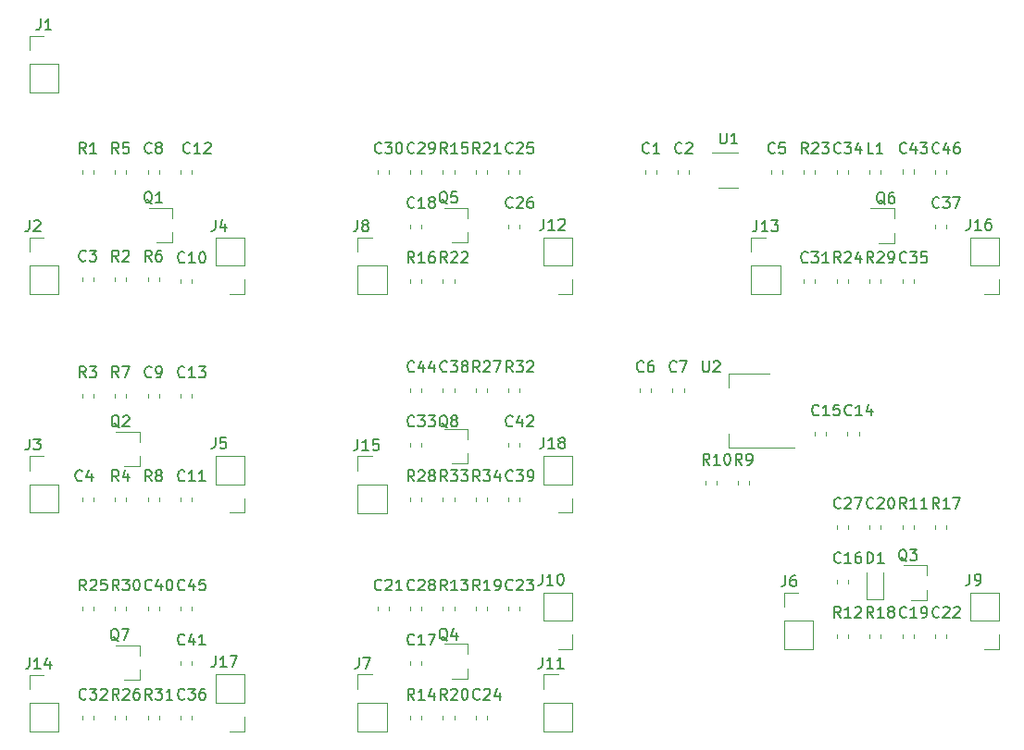
<source format=gbr>
%TF.GenerationSoftware,KiCad,Pcbnew,(5.1.6)-1*%
%TF.CreationDate,2020-12-18T22:44:25+08:00*%
%TF.ProjectId,_______,2c00e03e-2735-4ef2-9e6b-696361645f70,1.0.1*%
%TF.SameCoordinates,Original*%
%TF.FileFunction,Legend,Top*%
%TF.FilePolarity,Positive*%
%FSLAX46Y46*%
G04 Gerber Fmt 4.6, Leading zero omitted, Abs format (unit mm)*
G04 Created by KiCad (PCBNEW (5.1.6)-1) date 2020-12-18 22:44:25*
%MOMM*%
%LPD*%
G01*
G04 APERTURE LIST*
%ADD10C,0.120000*%
%ADD11C,0.150000*%
G04 APERTURE END LIST*
D10*
%TO.C,C1*%
X76010000Y-31296267D02*
X76010000Y-30953733D01*
X74990000Y-31296267D02*
X74990000Y-30953733D01*
%TO.C,C2*%
X77990000Y-31296267D02*
X77990000Y-30953733D01*
X79010000Y-31296267D02*
X79010000Y-30953733D01*
%TO.C,C3*%
X24510000Y-40828733D02*
X24510000Y-41171267D01*
X23490000Y-40828733D02*
X23490000Y-41171267D01*
%TO.C,C4*%
X23490000Y-60953733D02*
X23490000Y-61296267D01*
X24510000Y-60953733D02*
X24510000Y-61296267D01*
%TO.C,C5*%
X87510000Y-31296267D02*
X87510000Y-30953733D01*
X86490000Y-31296267D02*
X86490000Y-30953733D01*
%TO.C,C6*%
X75510000Y-51296267D02*
X75510000Y-50953733D01*
X74490000Y-51296267D02*
X74490000Y-50953733D01*
%TO.C,C7*%
X78510000Y-51296267D02*
X78510000Y-50953733D01*
X77490000Y-51296267D02*
X77490000Y-50953733D01*
%TO.C,C8*%
X30510000Y-31296267D02*
X30510000Y-30953733D01*
X29490000Y-31296267D02*
X29490000Y-30953733D01*
%TO.C,C9*%
X30510000Y-51796267D02*
X30510000Y-51453733D01*
X29490000Y-51796267D02*
X29490000Y-51453733D01*
%TO.C,C10*%
X33510000Y-41296267D02*
X33510000Y-40953733D01*
X32490000Y-41296267D02*
X32490000Y-40953733D01*
%TO.C,C11*%
X33510000Y-61296267D02*
X33510000Y-60953733D01*
X32490000Y-61296267D02*
X32490000Y-60953733D01*
%TO.C,C12*%
X32490000Y-31296267D02*
X32490000Y-30953733D01*
X33510000Y-31296267D02*
X33510000Y-30953733D01*
%TO.C,C13*%
X32490000Y-51796267D02*
X32490000Y-51453733D01*
X33510000Y-51796267D02*
X33510000Y-51453733D01*
%TO.C,C14*%
X93490000Y-55296267D02*
X93490000Y-54953733D01*
X94510000Y-55296267D02*
X94510000Y-54953733D01*
%TO.C,C15*%
X90490000Y-55296267D02*
X90490000Y-54953733D01*
X91510000Y-55296267D02*
X91510000Y-54953733D01*
%TO.C,C16*%
X92490000Y-68453733D02*
X92490000Y-68796267D01*
X93510000Y-68453733D02*
X93510000Y-68796267D01*
%TO.C,C17*%
X53490000Y-76296267D02*
X53490000Y-75953733D01*
X54510000Y-76296267D02*
X54510000Y-75953733D01*
%TO.C,C18*%
X53490000Y-36296267D02*
X53490000Y-35953733D01*
X54510000Y-36296267D02*
X54510000Y-35953733D01*
%TO.C,C19*%
X98490000Y-73453733D02*
X98490000Y-73796267D01*
X99510000Y-73453733D02*
X99510000Y-73796267D01*
%TO.C,C20*%
X95490000Y-63796267D02*
X95490000Y-63453733D01*
X96510000Y-63796267D02*
X96510000Y-63453733D01*
%TO.C,C21*%
X50490000Y-71296267D02*
X50490000Y-70953733D01*
X51510000Y-71296267D02*
X51510000Y-70953733D01*
%TO.C,C22*%
X101490000Y-73796267D02*
X101490000Y-73453733D01*
X102510000Y-73796267D02*
X102510000Y-73453733D01*
%TO.C,C23*%
X63510000Y-70953733D02*
X63510000Y-71296267D01*
X62490000Y-70953733D02*
X62490000Y-71296267D01*
%TO.C,C24*%
X59490000Y-81296267D02*
X59490000Y-80953733D01*
X60510000Y-81296267D02*
X60510000Y-80953733D01*
%TO.C,C25*%
X63510000Y-31296267D02*
X63510000Y-30953733D01*
X62490000Y-31296267D02*
X62490000Y-30953733D01*
%TO.C,C26*%
X63510000Y-36296267D02*
X63510000Y-35953733D01*
X62490000Y-36296267D02*
X62490000Y-35953733D01*
%TO.C,C27*%
X92490000Y-63796267D02*
X92490000Y-63453733D01*
X93510000Y-63796267D02*
X93510000Y-63453733D01*
%TO.C,C28*%
X53490000Y-71296267D02*
X53490000Y-70953733D01*
X54510000Y-71296267D02*
X54510000Y-70953733D01*
%TO.C,C29*%
X54510000Y-31296267D02*
X54510000Y-30953733D01*
X53490000Y-31296267D02*
X53490000Y-30953733D01*
%TO.C,C30*%
X50490000Y-31296267D02*
X50490000Y-30953733D01*
X51510000Y-31296267D02*
X51510000Y-30953733D01*
%TO.C,C31*%
X89490000Y-41296267D02*
X89490000Y-40953733D01*
X90510000Y-41296267D02*
X90510000Y-40953733D01*
%TO.C,C32*%
X24510000Y-80953733D02*
X24510000Y-81296267D01*
X23490000Y-80953733D02*
X23490000Y-81296267D01*
%TO.C,C33*%
X53490000Y-56296267D02*
X53490000Y-55953733D01*
X54510000Y-56296267D02*
X54510000Y-55953733D01*
%TO.C,C34*%
X93510000Y-31296267D02*
X93510000Y-30953733D01*
X92490000Y-31296267D02*
X92490000Y-30953733D01*
%TO.C,C35*%
X99510000Y-41296267D02*
X99510000Y-40953733D01*
X98490000Y-41296267D02*
X98490000Y-40953733D01*
%TO.C,C36*%
X33510000Y-81296267D02*
X33510000Y-80953733D01*
X32490000Y-81296267D02*
X32490000Y-80953733D01*
%TO.C,C37*%
X101490000Y-35953733D02*
X101490000Y-36296267D01*
X102510000Y-35953733D02*
X102510000Y-36296267D01*
%TO.C,C38*%
X57510000Y-51296267D02*
X57510000Y-50953733D01*
X56490000Y-51296267D02*
X56490000Y-50953733D01*
%TO.C,C39*%
X63510000Y-61296267D02*
X63510000Y-60953733D01*
X62490000Y-61296267D02*
X62490000Y-60953733D01*
%TO.C,C40*%
X30510000Y-71296267D02*
X30510000Y-70953733D01*
X29490000Y-71296267D02*
X29490000Y-70953733D01*
%TO.C,C41*%
X32490000Y-76296267D02*
X32490000Y-75953733D01*
X33510000Y-76296267D02*
X33510000Y-75953733D01*
%TO.C,C42*%
X63510000Y-56296267D02*
X63510000Y-55953733D01*
X62490000Y-56296267D02*
X62490000Y-55953733D01*
%TO.C,C43*%
X99510000Y-31276267D02*
X99510000Y-30933733D01*
X98490000Y-31276267D02*
X98490000Y-30933733D01*
%TO.C,C44*%
X53490000Y-51296267D02*
X53490000Y-50953733D01*
X54510000Y-51296267D02*
X54510000Y-50953733D01*
%TO.C,C45*%
X32490000Y-71296267D02*
X32490000Y-70953733D01*
X33510000Y-71296267D02*
X33510000Y-70953733D01*
%TO.C,C46*%
X101490000Y-31296267D02*
X101490000Y-30953733D01*
X102510000Y-31296267D02*
X102510000Y-30953733D01*
%TO.C,D1*%
X96735000Y-70285000D02*
X96735000Y-67825000D01*
X95265000Y-70285000D02*
X96735000Y-70285000D01*
X95265000Y-67825000D02*
X95265000Y-70285000D01*
%TO.C,J1*%
X18670000Y-23870000D02*
X21330000Y-23870000D01*
X18670000Y-21270000D02*
X18670000Y-23870000D01*
X21330000Y-21270000D02*
X21330000Y-23870000D01*
X18670000Y-21270000D02*
X21330000Y-21270000D01*
X18670000Y-20000000D02*
X18670000Y-18670000D01*
X18670000Y-18670000D02*
X20000000Y-18670000D01*
%TO.C,J2*%
X18670000Y-37130000D02*
X20000000Y-37130000D01*
X18670000Y-38460000D02*
X18670000Y-37130000D01*
X18670000Y-39730000D02*
X21330000Y-39730000D01*
X21330000Y-39730000D02*
X21330000Y-42330000D01*
X18670000Y-39730000D02*
X18670000Y-42330000D01*
X18670000Y-42330000D02*
X21330000Y-42330000D01*
%TO.C,J3*%
X18670000Y-57130000D02*
X20000000Y-57130000D01*
X18670000Y-58460000D02*
X18670000Y-57130000D01*
X18670000Y-59730000D02*
X21330000Y-59730000D01*
X21330000Y-59730000D02*
X21330000Y-62330000D01*
X18670000Y-59730000D02*
X18670000Y-62330000D01*
X18670000Y-62330000D02*
X21330000Y-62330000D01*
%TO.C,J4*%
X38330000Y-37130000D02*
X35670000Y-37130000D01*
X38330000Y-39730000D02*
X38330000Y-37130000D01*
X35670000Y-39730000D02*
X35670000Y-37130000D01*
X38330000Y-39730000D02*
X35670000Y-39730000D01*
X38330000Y-41000000D02*
X38330000Y-42330000D01*
X38330000Y-42330000D02*
X37000000Y-42330000D01*
%TO.C,J5*%
X38330000Y-57130000D02*
X35670000Y-57130000D01*
X38330000Y-59730000D02*
X38330000Y-57130000D01*
X35670000Y-59730000D02*
X35670000Y-57130000D01*
X38330000Y-59730000D02*
X35670000Y-59730000D01*
X38330000Y-61000000D02*
X38330000Y-62330000D01*
X38330000Y-62330000D02*
X37000000Y-62330000D01*
%TO.C,J6*%
X87670000Y-69630000D02*
X89000000Y-69630000D01*
X87670000Y-70960000D02*
X87670000Y-69630000D01*
X87670000Y-72230000D02*
X90330000Y-72230000D01*
X90330000Y-72230000D02*
X90330000Y-74830000D01*
X87670000Y-72230000D02*
X87670000Y-74830000D01*
X87670000Y-74830000D02*
X90330000Y-74830000D01*
%TO.C,J7*%
X48670000Y-82330000D02*
X51330000Y-82330000D01*
X48670000Y-79730000D02*
X48670000Y-82330000D01*
X51330000Y-79730000D02*
X51330000Y-82330000D01*
X48670000Y-79730000D02*
X51330000Y-79730000D01*
X48670000Y-78460000D02*
X48670000Y-77130000D01*
X48670000Y-77130000D02*
X50000000Y-77130000D01*
%TO.C,J8*%
X48670000Y-37130000D02*
X50000000Y-37130000D01*
X48670000Y-38460000D02*
X48670000Y-37130000D01*
X48670000Y-39730000D02*
X51330000Y-39730000D01*
X51330000Y-39730000D02*
X51330000Y-42330000D01*
X48670000Y-39730000D02*
X48670000Y-42330000D01*
X48670000Y-42330000D02*
X51330000Y-42330000D01*
%TO.C,J9*%
X107330000Y-69630000D02*
X104670000Y-69630000D01*
X107330000Y-72230000D02*
X107330000Y-69630000D01*
X104670000Y-72230000D02*
X104670000Y-69630000D01*
X107330000Y-72230000D02*
X104670000Y-72230000D01*
X107330000Y-73500000D02*
X107330000Y-74830000D01*
X107330000Y-74830000D02*
X106000000Y-74830000D01*
%TO.C,J10*%
X68330000Y-74830000D02*
X67000000Y-74830000D01*
X68330000Y-73500000D02*
X68330000Y-74830000D01*
X68330000Y-72230000D02*
X65670000Y-72230000D01*
X65670000Y-72230000D02*
X65670000Y-69630000D01*
X68330000Y-72230000D02*
X68330000Y-69630000D01*
X68330000Y-69630000D02*
X65670000Y-69630000D01*
%TO.C,J11*%
X65670000Y-82330000D02*
X68330000Y-82330000D01*
X65670000Y-79730000D02*
X65670000Y-82330000D01*
X68330000Y-79730000D02*
X68330000Y-82330000D01*
X65670000Y-79730000D02*
X68330000Y-79730000D01*
X65670000Y-78460000D02*
X65670000Y-77130000D01*
X65670000Y-77130000D02*
X67000000Y-77130000D01*
%TO.C,J12*%
X68330000Y-37130000D02*
X65670000Y-37130000D01*
X68330000Y-39730000D02*
X68330000Y-37130000D01*
X65670000Y-39730000D02*
X65670000Y-37130000D01*
X68330000Y-39730000D02*
X65670000Y-39730000D01*
X68330000Y-41000000D02*
X68330000Y-42330000D01*
X68330000Y-42330000D02*
X67000000Y-42330000D01*
%TO.C,J13*%
X84670000Y-42330000D02*
X87330000Y-42330000D01*
X84670000Y-39730000D02*
X84670000Y-42330000D01*
X87330000Y-39730000D02*
X87330000Y-42330000D01*
X84670000Y-39730000D02*
X87330000Y-39730000D01*
X84670000Y-38460000D02*
X84670000Y-37130000D01*
X84670000Y-37130000D02*
X86000000Y-37130000D01*
%TO.C,J14*%
X18670000Y-82370000D02*
X21330000Y-82370000D01*
X18670000Y-79770000D02*
X18670000Y-82370000D01*
X21330000Y-79770000D02*
X21330000Y-82370000D01*
X18670000Y-79770000D02*
X21330000Y-79770000D01*
X18670000Y-78500000D02*
X18670000Y-77170000D01*
X18670000Y-77170000D02*
X20000000Y-77170000D01*
%TO.C,J15*%
X48690000Y-57170000D02*
X50020000Y-57170000D01*
X48690000Y-58500000D02*
X48690000Y-57170000D01*
X48690000Y-59770000D02*
X51350000Y-59770000D01*
X51350000Y-59770000D02*
X51350000Y-62370000D01*
X48690000Y-59770000D02*
X48690000Y-62370000D01*
X48690000Y-62370000D02*
X51350000Y-62370000D01*
%TO.C,J16*%
X107330000Y-42330000D02*
X106000000Y-42330000D01*
X107330000Y-41000000D02*
X107330000Y-42330000D01*
X107330000Y-39730000D02*
X104670000Y-39730000D01*
X104670000Y-39730000D02*
X104670000Y-37130000D01*
X107330000Y-39730000D02*
X107330000Y-37130000D01*
X107330000Y-37130000D02*
X104670000Y-37130000D01*
%TO.C,J17*%
X38330000Y-82330000D02*
X37000000Y-82330000D01*
X38330000Y-81000000D02*
X38330000Y-82330000D01*
X38330000Y-79730000D02*
X35670000Y-79730000D01*
X35670000Y-79730000D02*
X35670000Y-77130000D01*
X38330000Y-79730000D02*
X38330000Y-77130000D01*
X38330000Y-77130000D02*
X35670000Y-77130000D01*
%TO.C,J18*%
X68330000Y-62330000D02*
X67000000Y-62330000D01*
X68330000Y-61000000D02*
X68330000Y-62330000D01*
X68330000Y-59730000D02*
X65670000Y-59730000D01*
X65670000Y-59730000D02*
X65670000Y-57130000D01*
X68330000Y-59730000D02*
X68330000Y-57130000D01*
X68330000Y-57130000D02*
X65670000Y-57130000D01*
%TO.C,L1*%
X95490000Y-30953733D02*
X95490000Y-31296267D01*
X96510000Y-30953733D02*
X96510000Y-31296267D01*
%TO.C,Q1*%
X31760000Y-37580000D02*
X30300000Y-37580000D01*
X31760000Y-34420000D02*
X29600000Y-34420000D01*
X31760000Y-34420000D02*
X31760000Y-35350000D01*
X31760000Y-37580000D02*
X31760000Y-36650000D01*
%TO.C,Q2*%
X28760000Y-58080000D02*
X27300000Y-58080000D01*
X28760000Y-54920000D02*
X26600000Y-54920000D01*
X28760000Y-54920000D02*
X28760000Y-55850000D01*
X28760000Y-58080000D02*
X28760000Y-57150000D01*
%TO.C,Q3*%
X100760000Y-70320000D02*
X100760000Y-69390000D01*
X100760000Y-67160000D02*
X100760000Y-68090000D01*
X100760000Y-67160000D02*
X98600000Y-67160000D01*
X100760000Y-70320000D02*
X99300000Y-70320000D01*
%TO.C,Q4*%
X58760000Y-77530000D02*
X58760000Y-76600000D01*
X58760000Y-74370000D02*
X58760000Y-75300000D01*
X58760000Y-74370000D02*
X56600000Y-74370000D01*
X58760000Y-77530000D02*
X57300000Y-77530000D01*
%TO.C,Q5*%
X58760000Y-37580000D02*
X58760000Y-36650000D01*
X58760000Y-34420000D02*
X58760000Y-35350000D01*
X58760000Y-34420000D02*
X56600000Y-34420000D01*
X58760000Y-37580000D02*
X57300000Y-37580000D01*
%TO.C,Q6*%
X97760000Y-37630000D02*
X96300000Y-37630000D01*
X97760000Y-34470000D02*
X95600000Y-34470000D01*
X97760000Y-34470000D02*
X97760000Y-35400000D01*
X97760000Y-37630000D02*
X97760000Y-36700000D01*
%TO.C,Q7*%
X28760000Y-77630000D02*
X28760000Y-76700000D01*
X28760000Y-74470000D02*
X28760000Y-75400000D01*
X28760000Y-74470000D02*
X26600000Y-74470000D01*
X28760000Y-77630000D02*
X27300000Y-77630000D01*
%TO.C,Q8*%
X58760000Y-57830000D02*
X57300000Y-57830000D01*
X58760000Y-54670000D02*
X56600000Y-54670000D01*
X58760000Y-54670000D02*
X58760000Y-55600000D01*
X58760000Y-57830000D02*
X58760000Y-56900000D01*
%TO.C,R1*%
X23490000Y-30953733D02*
X23490000Y-31296267D01*
X24510000Y-30953733D02*
X24510000Y-31296267D01*
%TO.C,R2*%
X26490000Y-40828733D02*
X26490000Y-41171267D01*
X27510000Y-40828733D02*
X27510000Y-41171267D01*
%TO.C,R3*%
X24510000Y-51453733D02*
X24510000Y-51796267D01*
X23490000Y-51453733D02*
X23490000Y-51796267D01*
%TO.C,R4*%
X27510000Y-60953733D02*
X27510000Y-61296267D01*
X26490000Y-60953733D02*
X26490000Y-61296267D01*
%TO.C,R5*%
X27510000Y-30953733D02*
X27510000Y-31296267D01*
X26490000Y-30953733D02*
X26490000Y-31296267D01*
%TO.C,R6*%
X30510000Y-40828733D02*
X30510000Y-41171267D01*
X29490000Y-40828733D02*
X29490000Y-41171267D01*
%TO.C,R7*%
X26490000Y-51453733D02*
X26490000Y-51796267D01*
X27510000Y-51453733D02*
X27510000Y-51796267D01*
%TO.C,R8*%
X29490000Y-60953733D02*
X29490000Y-61296267D01*
X30510000Y-60953733D02*
X30510000Y-61296267D01*
%TO.C,R9*%
X83490000Y-59453733D02*
X83490000Y-59796267D01*
X84510000Y-59453733D02*
X84510000Y-59796267D01*
%TO.C,R10*%
X81510000Y-59453733D02*
X81510000Y-59796267D01*
X80490000Y-59453733D02*
X80490000Y-59796267D01*
%TO.C,R11*%
X99510000Y-63453733D02*
X99510000Y-63796267D01*
X98490000Y-63453733D02*
X98490000Y-63796267D01*
%TO.C,R12*%
X93510000Y-73453733D02*
X93510000Y-73796267D01*
X92490000Y-73453733D02*
X92490000Y-73796267D01*
%TO.C,R13*%
X57510000Y-70953733D02*
X57510000Y-71296267D01*
X56490000Y-70953733D02*
X56490000Y-71296267D01*
%TO.C,R14*%
X54510000Y-80953733D02*
X54510000Y-81296267D01*
X53490000Y-80953733D02*
X53490000Y-81296267D01*
%TO.C,R15*%
X56490000Y-30953733D02*
X56490000Y-31296267D01*
X57510000Y-30953733D02*
X57510000Y-31296267D01*
%TO.C,R16*%
X53490000Y-40953733D02*
X53490000Y-41296267D01*
X54510000Y-40953733D02*
X54510000Y-41296267D01*
%TO.C,R17*%
X102510000Y-63453733D02*
X102510000Y-63796267D01*
X101490000Y-63453733D02*
X101490000Y-63796267D01*
%TO.C,R18*%
X95490000Y-73453733D02*
X95490000Y-73796267D01*
X96510000Y-73453733D02*
X96510000Y-73796267D01*
%TO.C,R19*%
X59490000Y-70953733D02*
X59490000Y-71296267D01*
X60510000Y-70953733D02*
X60510000Y-71296267D01*
%TO.C,R20*%
X56490000Y-80953733D02*
X56490000Y-81296267D01*
X57510000Y-80953733D02*
X57510000Y-81296267D01*
%TO.C,R21*%
X60510000Y-30953733D02*
X60510000Y-31296267D01*
X59490000Y-30953733D02*
X59490000Y-31296267D01*
%TO.C,R22*%
X57510000Y-40953733D02*
X57510000Y-41296267D01*
X56490000Y-40953733D02*
X56490000Y-41296267D01*
%TO.C,R23*%
X90510000Y-30953733D02*
X90510000Y-31296267D01*
X89490000Y-30953733D02*
X89490000Y-31296267D01*
%TO.C,R24*%
X93510000Y-40953733D02*
X93510000Y-41296267D01*
X92490000Y-40953733D02*
X92490000Y-41296267D01*
%TO.C,R25*%
X23490000Y-70953733D02*
X23490000Y-71296267D01*
X24510000Y-70953733D02*
X24510000Y-71296267D01*
%TO.C,R26*%
X26490000Y-80953733D02*
X26490000Y-81296267D01*
X27510000Y-80953733D02*
X27510000Y-81296267D01*
%TO.C,R27*%
X60510000Y-50953733D02*
X60510000Y-51296267D01*
X59490000Y-50953733D02*
X59490000Y-51296267D01*
%TO.C,R28*%
X53490000Y-60953733D02*
X53490000Y-61296267D01*
X54510000Y-60953733D02*
X54510000Y-61296267D01*
%TO.C,R29*%
X95490000Y-40953733D02*
X95490000Y-41296267D01*
X96510000Y-40953733D02*
X96510000Y-41296267D01*
%TO.C,R30*%
X27510000Y-70953733D02*
X27510000Y-71296267D01*
X26490000Y-70953733D02*
X26490000Y-71296267D01*
%TO.C,R31*%
X29490000Y-80953733D02*
X29490000Y-81296267D01*
X30510000Y-80953733D02*
X30510000Y-81296267D01*
%TO.C,R32*%
X62490000Y-50953733D02*
X62490000Y-51296267D01*
X63510000Y-50953733D02*
X63510000Y-51296267D01*
%TO.C,R33*%
X57510000Y-60953733D02*
X57510000Y-61296267D01*
X56490000Y-60953733D02*
X56490000Y-61296267D01*
%TO.C,R34*%
X59490000Y-60953733D02*
X59490000Y-61296267D01*
X60510000Y-60953733D02*
X60510000Y-61296267D01*
%TO.C,U1*%
X83500000Y-29390000D02*
X81050000Y-29390000D01*
X81700000Y-32610000D02*
X83500000Y-32610000D01*
%TO.C,U2*%
X88600000Y-56410000D02*
X82590000Y-56410000D01*
X86350000Y-49590000D02*
X82590000Y-49590000D01*
X82590000Y-56410000D02*
X82590000Y-55150000D01*
X82590000Y-49590000D02*
X82590000Y-50850000D01*
%TO.C,C1*%
D11*
X75333333Y-29357142D02*
X75285714Y-29404761D01*
X75142857Y-29452380D01*
X75047619Y-29452380D01*
X74904761Y-29404761D01*
X74809523Y-29309523D01*
X74761904Y-29214285D01*
X74714285Y-29023809D01*
X74714285Y-28880952D01*
X74761904Y-28690476D01*
X74809523Y-28595238D01*
X74904761Y-28500000D01*
X75047619Y-28452380D01*
X75142857Y-28452380D01*
X75285714Y-28500000D01*
X75333333Y-28547619D01*
X76285714Y-29452380D02*
X75714285Y-29452380D01*
X76000000Y-29452380D02*
X76000000Y-28452380D01*
X75904761Y-28595238D01*
X75809523Y-28690476D01*
X75714285Y-28738095D01*
%TO.C,C2*%
X78333333Y-29357142D02*
X78285714Y-29404761D01*
X78142857Y-29452380D01*
X78047619Y-29452380D01*
X77904761Y-29404761D01*
X77809523Y-29309523D01*
X77761904Y-29214285D01*
X77714285Y-29023809D01*
X77714285Y-28880952D01*
X77761904Y-28690476D01*
X77809523Y-28595238D01*
X77904761Y-28500000D01*
X78047619Y-28452380D01*
X78142857Y-28452380D01*
X78285714Y-28500000D01*
X78333333Y-28547619D01*
X78714285Y-28547619D02*
X78761904Y-28500000D01*
X78857142Y-28452380D01*
X79095238Y-28452380D01*
X79190476Y-28500000D01*
X79238095Y-28547619D01*
X79285714Y-28642857D01*
X79285714Y-28738095D01*
X79238095Y-28880952D01*
X78666666Y-29452380D01*
X79285714Y-29452380D01*
%TO.C,C3*%
X23833333Y-39232142D02*
X23785714Y-39279761D01*
X23642857Y-39327380D01*
X23547619Y-39327380D01*
X23404761Y-39279761D01*
X23309523Y-39184523D01*
X23261904Y-39089285D01*
X23214285Y-38898809D01*
X23214285Y-38755952D01*
X23261904Y-38565476D01*
X23309523Y-38470238D01*
X23404761Y-38375000D01*
X23547619Y-38327380D01*
X23642857Y-38327380D01*
X23785714Y-38375000D01*
X23833333Y-38422619D01*
X24166666Y-38327380D02*
X24785714Y-38327380D01*
X24452380Y-38708333D01*
X24595238Y-38708333D01*
X24690476Y-38755952D01*
X24738095Y-38803571D01*
X24785714Y-38898809D01*
X24785714Y-39136904D01*
X24738095Y-39232142D01*
X24690476Y-39279761D01*
X24595238Y-39327380D01*
X24309523Y-39327380D01*
X24214285Y-39279761D01*
X24166666Y-39232142D01*
%TO.C,C4*%
X23493333Y-59357142D02*
X23445714Y-59404761D01*
X23302857Y-59452380D01*
X23207619Y-59452380D01*
X23064761Y-59404761D01*
X22969523Y-59309523D01*
X22921904Y-59214285D01*
X22874285Y-59023809D01*
X22874285Y-58880952D01*
X22921904Y-58690476D01*
X22969523Y-58595238D01*
X23064761Y-58500000D01*
X23207619Y-58452380D01*
X23302857Y-58452380D01*
X23445714Y-58500000D01*
X23493333Y-58547619D01*
X24350476Y-58785714D02*
X24350476Y-59452380D01*
X24112380Y-58404761D02*
X23874285Y-59119047D01*
X24493333Y-59119047D01*
%TO.C,C5*%
X86833333Y-29357142D02*
X86785714Y-29404761D01*
X86642857Y-29452380D01*
X86547619Y-29452380D01*
X86404761Y-29404761D01*
X86309523Y-29309523D01*
X86261904Y-29214285D01*
X86214285Y-29023809D01*
X86214285Y-28880952D01*
X86261904Y-28690476D01*
X86309523Y-28595238D01*
X86404761Y-28500000D01*
X86547619Y-28452380D01*
X86642857Y-28452380D01*
X86785714Y-28500000D01*
X86833333Y-28547619D01*
X87738095Y-28452380D02*
X87261904Y-28452380D01*
X87214285Y-28928571D01*
X87261904Y-28880952D01*
X87357142Y-28833333D01*
X87595238Y-28833333D01*
X87690476Y-28880952D01*
X87738095Y-28928571D01*
X87785714Y-29023809D01*
X87785714Y-29261904D01*
X87738095Y-29357142D01*
X87690476Y-29404761D01*
X87595238Y-29452380D01*
X87357142Y-29452380D01*
X87261904Y-29404761D01*
X87214285Y-29357142D01*
%TO.C,C6*%
X74833333Y-49357142D02*
X74785714Y-49404761D01*
X74642857Y-49452380D01*
X74547619Y-49452380D01*
X74404761Y-49404761D01*
X74309523Y-49309523D01*
X74261904Y-49214285D01*
X74214285Y-49023809D01*
X74214285Y-48880952D01*
X74261904Y-48690476D01*
X74309523Y-48595238D01*
X74404761Y-48500000D01*
X74547619Y-48452380D01*
X74642857Y-48452380D01*
X74785714Y-48500000D01*
X74833333Y-48547619D01*
X75690476Y-48452380D02*
X75500000Y-48452380D01*
X75404761Y-48500000D01*
X75357142Y-48547619D01*
X75261904Y-48690476D01*
X75214285Y-48880952D01*
X75214285Y-49261904D01*
X75261904Y-49357142D01*
X75309523Y-49404761D01*
X75404761Y-49452380D01*
X75595238Y-49452380D01*
X75690476Y-49404761D01*
X75738095Y-49357142D01*
X75785714Y-49261904D01*
X75785714Y-49023809D01*
X75738095Y-48928571D01*
X75690476Y-48880952D01*
X75595238Y-48833333D01*
X75404761Y-48833333D01*
X75309523Y-48880952D01*
X75261904Y-48928571D01*
X75214285Y-49023809D01*
%TO.C,C7*%
X77833333Y-49357142D02*
X77785714Y-49404761D01*
X77642857Y-49452380D01*
X77547619Y-49452380D01*
X77404761Y-49404761D01*
X77309523Y-49309523D01*
X77261904Y-49214285D01*
X77214285Y-49023809D01*
X77214285Y-48880952D01*
X77261904Y-48690476D01*
X77309523Y-48595238D01*
X77404761Y-48500000D01*
X77547619Y-48452380D01*
X77642857Y-48452380D01*
X77785714Y-48500000D01*
X77833333Y-48547619D01*
X78166666Y-48452380D02*
X78833333Y-48452380D01*
X78404761Y-49452380D01*
%TO.C,C8*%
X29833333Y-29357142D02*
X29785714Y-29404761D01*
X29642857Y-29452380D01*
X29547619Y-29452380D01*
X29404761Y-29404761D01*
X29309523Y-29309523D01*
X29261904Y-29214285D01*
X29214285Y-29023809D01*
X29214285Y-28880952D01*
X29261904Y-28690476D01*
X29309523Y-28595238D01*
X29404761Y-28500000D01*
X29547619Y-28452380D01*
X29642857Y-28452380D01*
X29785714Y-28500000D01*
X29833333Y-28547619D01*
X30404761Y-28880952D02*
X30309523Y-28833333D01*
X30261904Y-28785714D01*
X30214285Y-28690476D01*
X30214285Y-28642857D01*
X30261904Y-28547619D01*
X30309523Y-28500000D01*
X30404761Y-28452380D01*
X30595238Y-28452380D01*
X30690476Y-28500000D01*
X30738095Y-28547619D01*
X30785714Y-28642857D01*
X30785714Y-28690476D01*
X30738095Y-28785714D01*
X30690476Y-28833333D01*
X30595238Y-28880952D01*
X30404761Y-28880952D01*
X30309523Y-28928571D01*
X30261904Y-28976190D01*
X30214285Y-29071428D01*
X30214285Y-29261904D01*
X30261904Y-29357142D01*
X30309523Y-29404761D01*
X30404761Y-29452380D01*
X30595238Y-29452380D01*
X30690476Y-29404761D01*
X30738095Y-29357142D01*
X30785714Y-29261904D01*
X30785714Y-29071428D01*
X30738095Y-28976190D01*
X30690476Y-28928571D01*
X30595238Y-28880952D01*
%TO.C,C9*%
X29833333Y-49857142D02*
X29785714Y-49904761D01*
X29642857Y-49952380D01*
X29547619Y-49952380D01*
X29404761Y-49904761D01*
X29309523Y-49809523D01*
X29261904Y-49714285D01*
X29214285Y-49523809D01*
X29214285Y-49380952D01*
X29261904Y-49190476D01*
X29309523Y-49095238D01*
X29404761Y-49000000D01*
X29547619Y-48952380D01*
X29642857Y-48952380D01*
X29785714Y-49000000D01*
X29833333Y-49047619D01*
X30309523Y-49952380D02*
X30500000Y-49952380D01*
X30595238Y-49904761D01*
X30642857Y-49857142D01*
X30738095Y-49714285D01*
X30785714Y-49523809D01*
X30785714Y-49142857D01*
X30738095Y-49047619D01*
X30690476Y-49000000D01*
X30595238Y-48952380D01*
X30404761Y-48952380D01*
X30309523Y-49000000D01*
X30261904Y-49047619D01*
X30214285Y-49142857D01*
X30214285Y-49380952D01*
X30261904Y-49476190D01*
X30309523Y-49523809D01*
X30404761Y-49571428D01*
X30595238Y-49571428D01*
X30690476Y-49523809D01*
X30738095Y-49476190D01*
X30785714Y-49380952D01*
%TO.C,C10*%
X32857142Y-39357142D02*
X32809523Y-39404761D01*
X32666666Y-39452380D01*
X32571428Y-39452380D01*
X32428571Y-39404761D01*
X32333333Y-39309523D01*
X32285714Y-39214285D01*
X32238095Y-39023809D01*
X32238095Y-38880952D01*
X32285714Y-38690476D01*
X32333333Y-38595238D01*
X32428571Y-38500000D01*
X32571428Y-38452380D01*
X32666666Y-38452380D01*
X32809523Y-38500000D01*
X32857142Y-38547619D01*
X33809523Y-39452380D02*
X33238095Y-39452380D01*
X33523809Y-39452380D02*
X33523809Y-38452380D01*
X33428571Y-38595238D01*
X33333333Y-38690476D01*
X33238095Y-38738095D01*
X34428571Y-38452380D02*
X34523809Y-38452380D01*
X34619047Y-38500000D01*
X34666666Y-38547619D01*
X34714285Y-38642857D01*
X34761904Y-38833333D01*
X34761904Y-39071428D01*
X34714285Y-39261904D01*
X34666666Y-39357142D01*
X34619047Y-39404761D01*
X34523809Y-39452380D01*
X34428571Y-39452380D01*
X34333333Y-39404761D01*
X34285714Y-39357142D01*
X34238095Y-39261904D01*
X34190476Y-39071428D01*
X34190476Y-38833333D01*
X34238095Y-38642857D01*
X34285714Y-38547619D01*
X34333333Y-38500000D01*
X34428571Y-38452380D01*
%TO.C,C11*%
X32857142Y-59357142D02*
X32809523Y-59404761D01*
X32666666Y-59452380D01*
X32571428Y-59452380D01*
X32428571Y-59404761D01*
X32333333Y-59309523D01*
X32285714Y-59214285D01*
X32238095Y-59023809D01*
X32238095Y-58880952D01*
X32285714Y-58690476D01*
X32333333Y-58595238D01*
X32428571Y-58500000D01*
X32571428Y-58452380D01*
X32666666Y-58452380D01*
X32809523Y-58500000D01*
X32857142Y-58547619D01*
X33809523Y-59452380D02*
X33238095Y-59452380D01*
X33523809Y-59452380D02*
X33523809Y-58452380D01*
X33428571Y-58595238D01*
X33333333Y-58690476D01*
X33238095Y-58738095D01*
X34761904Y-59452380D02*
X34190476Y-59452380D01*
X34476190Y-59452380D02*
X34476190Y-58452380D01*
X34380952Y-58595238D01*
X34285714Y-58690476D01*
X34190476Y-58738095D01*
%TO.C,C12*%
X33357142Y-29357142D02*
X33309523Y-29404761D01*
X33166666Y-29452380D01*
X33071428Y-29452380D01*
X32928571Y-29404761D01*
X32833333Y-29309523D01*
X32785714Y-29214285D01*
X32738095Y-29023809D01*
X32738095Y-28880952D01*
X32785714Y-28690476D01*
X32833333Y-28595238D01*
X32928571Y-28500000D01*
X33071428Y-28452380D01*
X33166666Y-28452380D01*
X33309523Y-28500000D01*
X33357142Y-28547619D01*
X34309523Y-29452380D02*
X33738095Y-29452380D01*
X34023809Y-29452380D02*
X34023809Y-28452380D01*
X33928571Y-28595238D01*
X33833333Y-28690476D01*
X33738095Y-28738095D01*
X34690476Y-28547619D02*
X34738095Y-28500000D01*
X34833333Y-28452380D01*
X35071428Y-28452380D01*
X35166666Y-28500000D01*
X35214285Y-28547619D01*
X35261904Y-28642857D01*
X35261904Y-28738095D01*
X35214285Y-28880952D01*
X34642857Y-29452380D01*
X35261904Y-29452380D01*
%TO.C,C13*%
X32857142Y-49857142D02*
X32809523Y-49904761D01*
X32666666Y-49952380D01*
X32571428Y-49952380D01*
X32428571Y-49904761D01*
X32333333Y-49809523D01*
X32285714Y-49714285D01*
X32238095Y-49523809D01*
X32238095Y-49380952D01*
X32285714Y-49190476D01*
X32333333Y-49095238D01*
X32428571Y-49000000D01*
X32571428Y-48952380D01*
X32666666Y-48952380D01*
X32809523Y-49000000D01*
X32857142Y-49047619D01*
X33809523Y-49952380D02*
X33238095Y-49952380D01*
X33523809Y-49952380D02*
X33523809Y-48952380D01*
X33428571Y-49095238D01*
X33333333Y-49190476D01*
X33238095Y-49238095D01*
X34142857Y-48952380D02*
X34761904Y-48952380D01*
X34428571Y-49333333D01*
X34571428Y-49333333D01*
X34666666Y-49380952D01*
X34714285Y-49428571D01*
X34761904Y-49523809D01*
X34761904Y-49761904D01*
X34714285Y-49857142D01*
X34666666Y-49904761D01*
X34571428Y-49952380D01*
X34285714Y-49952380D01*
X34190476Y-49904761D01*
X34142857Y-49857142D01*
%TO.C,C14*%
X93857142Y-53357142D02*
X93809523Y-53404761D01*
X93666666Y-53452380D01*
X93571428Y-53452380D01*
X93428571Y-53404761D01*
X93333333Y-53309523D01*
X93285714Y-53214285D01*
X93238095Y-53023809D01*
X93238095Y-52880952D01*
X93285714Y-52690476D01*
X93333333Y-52595238D01*
X93428571Y-52500000D01*
X93571428Y-52452380D01*
X93666666Y-52452380D01*
X93809523Y-52500000D01*
X93857142Y-52547619D01*
X94809523Y-53452380D02*
X94238095Y-53452380D01*
X94523809Y-53452380D02*
X94523809Y-52452380D01*
X94428571Y-52595238D01*
X94333333Y-52690476D01*
X94238095Y-52738095D01*
X95666666Y-52785714D02*
X95666666Y-53452380D01*
X95428571Y-52404761D02*
X95190476Y-53119047D01*
X95809523Y-53119047D01*
%TO.C,C15*%
X90857142Y-53357142D02*
X90809523Y-53404761D01*
X90666666Y-53452380D01*
X90571428Y-53452380D01*
X90428571Y-53404761D01*
X90333333Y-53309523D01*
X90285714Y-53214285D01*
X90238095Y-53023809D01*
X90238095Y-52880952D01*
X90285714Y-52690476D01*
X90333333Y-52595238D01*
X90428571Y-52500000D01*
X90571428Y-52452380D01*
X90666666Y-52452380D01*
X90809523Y-52500000D01*
X90857142Y-52547619D01*
X91809523Y-53452380D02*
X91238095Y-53452380D01*
X91523809Y-53452380D02*
X91523809Y-52452380D01*
X91428571Y-52595238D01*
X91333333Y-52690476D01*
X91238095Y-52738095D01*
X92714285Y-52452380D02*
X92238095Y-52452380D01*
X92190476Y-52928571D01*
X92238095Y-52880952D01*
X92333333Y-52833333D01*
X92571428Y-52833333D01*
X92666666Y-52880952D01*
X92714285Y-52928571D01*
X92761904Y-53023809D01*
X92761904Y-53261904D01*
X92714285Y-53357142D01*
X92666666Y-53404761D01*
X92571428Y-53452380D01*
X92333333Y-53452380D01*
X92238095Y-53404761D01*
X92190476Y-53357142D01*
%TO.C,C16*%
X92857142Y-66857142D02*
X92809523Y-66904761D01*
X92666666Y-66952380D01*
X92571428Y-66952380D01*
X92428571Y-66904761D01*
X92333333Y-66809523D01*
X92285714Y-66714285D01*
X92238095Y-66523809D01*
X92238095Y-66380952D01*
X92285714Y-66190476D01*
X92333333Y-66095238D01*
X92428571Y-66000000D01*
X92571428Y-65952380D01*
X92666666Y-65952380D01*
X92809523Y-66000000D01*
X92857142Y-66047619D01*
X93809523Y-66952380D02*
X93238095Y-66952380D01*
X93523809Y-66952380D02*
X93523809Y-65952380D01*
X93428571Y-66095238D01*
X93333333Y-66190476D01*
X93238095Y-66238095D01*
X94666666Y-65952380D02*
X94476190Y-65952380D01*
X94380952Y-66000000D01*
X94333333Y-66047619D01*
X94238095Y-66190476D01*
X94190476Y-66380952D01*
X94190476Y-66761904D01*
X94238095Y-66857142D01*
X94285714Y-66904761D01*
X94380952Y-66952380D01*
X94571428Y-66952380D01*
X94666666Y-66904761D01*
X94714285Y-66857142D01*
X94761904Y-66761904D01*
X94761904Y-66523809D01*
X94714285Y-66428571D01*
X94666666Y-66380952D01*
X94571428Y-66333333D01*
X94380952Y-66333333D01*
X94285714Y-66380952D01*
X94238095Y-66428571D01*
X94190476Y-66523809D01*
%TO.C,C17*%
X53857142Y-74357142D02*
X53809523Y-74404761D01*
X53666666Y-74452380D01*
X53571428Y-74452380D01*
X53428571Y-74404761D01*
X53333333Y-74309523D01*
X53285714Y-74214285D01*
X53238095Y-74023809D01*
X53238095Y-73880952D01*
X53285714Y-73690476D01*
X53333333Y-73595238D01*
X53428571Y-73500000D01*
X53571428Y-73452380D01*
X53666666Y-73452380D01*
X53809523Y-73500000D01*
X53857142Y-73547619D01*
X54809523Y-74452380D02*
X54238095Y-74452380D01*
X54523809Y-74452380D02*
X54523809Y-73452380D01*
X54428571Y-73595238D01*
X54333333Y-73690476D01*
X54238095Y-73738095D01*
X55142857Y-73452380D02*
X55809523Y-73452380D01*
X55380952Y-74452380D01*
%TO.C,C18*%
X53857142Y-34357142D02*
X53809523Y-34404761D01*
X53666666Y-34452380D01*
X53571428Y-34452380D01*
X53428571Y-34404761D01*
X53333333Y-34309523D01*
X53285714Y-34214285D01*
X53238095Y-34023809D01*
X53238095Y-33880952D01*
X53285714Y-33690476D01*
X53333333Y-33595238D01*
X53428571Y-33500000D01*
X53571428Y-33452380D01*
X53666666Y-33452380D01*
X53809523Y-33500000D01*
X53857142Y-33547619D01*
X54809523Y-34452380D02*
X54238095Y-34452380D01*
X54523809Y-34452380D02*
X54523809Y-33452380D01*
X54428571Y-33595238D01*
X54333333Y-33690476D01*
X54238095Y-33738095D01*
X55380952Y-33880952D02*
X55285714Y-33833333D01*
X55238095Y-33785714D01*
X55190476Y-33690476D01*
X55190476Y-33642857D01*
X55238095Y-33547619D01*
X55285714Y-33500000D01*
X55380952Y-33452380D01*
X55571428Y-33452380D01*
X55666666Y-33500000D01*
X55714285Y-33547619D01*
X55761904Y-33642857D01*
X55761904Y-33690476D01*
X55714285Y-33785714D01*
X55666666Y-33833333D01*
X55571428Y-33880952D01*
X55380952Y-33880952D01*
X55285714Y-33928571D01*
X55238095Y-33976190D01*
X55190476Y-34071428D01*
X55190476Y-34261904D01*
X55238095Y-34357142D01*
X55285714Y-34404761D01*
X55380952Y-34452380D01*
X55571428Y-34452380D01*
X55666666Y-34404761D01*
X55714285Y-34357142D01*
X55761904Y-34261904D01*
X55761904Y-34071428D01*
X55714285Y-33976190D01*
X55666666Y-33928571D01*
X55571428Y-33880952D01*
%TO.C,C19*%
X98857142Y-71857142D02*
X98809523Y-71904761D01*
X98666666Y-71952380D01*
X98571428Y-71952380D01*
X98428571Y-71904761D01*
X98333333Y-71809523D01*
X98285714Y-71714285D01*
X98238095Y-71523809D01*
X98238095Y-71380952D01*
X98285714Y-71190476D01*
X98333333Y-71095238D01*
X98428571Y-71000000D01*
X98571428Y-70952380D01*
X98666666Y-70952380D01*
X98809523Y-71000000D01*
X98857142Y-71047619D01*
X99809523Y-71952380D02*
X99238095Y-71952380D01*
X99523809Y-71952380D02*
X99523809Y-70952380D01*
X99428571Y-71095238D01*
X99333333Y-71190476D01*
X99238095Y-71238095D01*
X100285714Y-71952380D02*
X100476190Y-71952380D01*
X100571428Y-71904761D01*
X100619047Y-71857142D01*
X100714285Y-71714285D01*
X100761904Y-71523809D01*
X100761904Y-71142857D01*
X100714285Y-71047619D01*
X100666666Y-71000000D01*
X100571428Y-70952380D01*
X100380952Y-70952380D01*
X100285714Y-71000000D01*
X100238095Y-71047619D01*
X100190476Y-71142857D01*
X100190476Y-71380952D01*
X100238095Y-71476190D01*
X100285714Y-71523809D01*
X100380952Y-71571428D01*
X100571428Y-71571428D01*
X100666666Y-71523809D01*
X100714285Y-71476190D01*
X100761904Y-71380952D01*
%TO.C,C20*%
X95857142Y-61857142D02*
X95809523Y-61904761D01*
X95666666Y-61952380D01*
X95571428Y-61952380D01*
X95428571Y-61904761D01*
X95333333Y-61809523D01*
X95285714Y-61714285D01*
X95238095Y-61523809D01*
X95238095Y-61380952D01*
X95285714Y-61190476D01*
X95333333Y-61095238D01*
X95428571Y-61000000D01*
X95571428Y-60952380D01*
X95666666Y-60952380D01*
X95809523Y-61000000D01*
X95857142Y-61047619D01*
X96238095Y-61047619D02*
X96285714Y-61000000D01*
X96380952Y-60952380D01*
X96619047Y-60952380D01*
X96714285Y-61000000D01*
X96761904Y-61047619D01*
X96809523Y-61142857D01*
X96809523Y-61238095D01*
X96761904Y-61380952D01*
X96190476Y-61952380D01*
X96809523Y-61952380D01*
X97428571Y-60952380D02*
X97523809Y-60952380D01*
X97619047Y-61000000D01*
X97666666Y-61047619D01*
X97714285Y-61142857D01*
X97761904Y-61333333D01*
X97761904Y-61571428D01*
X97714285Y-61761904D01*
X97666666Y-61857142D01*
X97619047Y-61904761D01*
X97523809Y-61952380D01*
X97428571Y-61952380D01*
X97333333Y-61904761D01*
X97285714Y-61857142D01*
X97238095Y-61761904D01*
X97190476Y-61571428D01*
X97190476Y-61333333D01*
X97238095Y-61142857D01*
X97285714Y-61047619D01*
X97333333Y-61000000D01*
X97428571Y-60952380D01*
%TO.C,C21*%
X50857142Y-69357142D02*
X50809523Y-69404761D01*
X50666666Y-69452380D01*
X50571428Y-69452380D01*
X50428571Y-69404761D01*
X50333333Y-69309523D01*
X50285714Y-69214285D01*
X50238095Y-69023809D01*
X50238095Y-68880952D01*
X50285714Y-68690476D01*
X50333333Y-68595238D01*
X50428571Y-68500000D01*
X50571428Y-68452380D01*
X50666666Y-68452380D01*
X50809523Y-68500000D01*
X50857142Y-68547619D01*
X51238095Y-68547619D02*
X51285714Y-68500000D01*
X51380952Y-68452380D01*
X51619047Y-68452380D01*
X51714285Y-68500000D01*
X51761904Y-68547619D01*
X51809523Y-68642857D01*
X51809523Y-68738095D01*
X51761904Y-68880952D01*
X51190476Y-69452380D01*
X51809523Y-69452380D01*
X52761904Y-69452380D02*
X52190476Y-69452380D01*
X52476190Y-69452380D02*
X52476190Y-68452380D01*
X52380952Y-68595238D01*
X52285714Y-68690476D01*
X52190476Y-68738095D01*
%TO.C,C22*%
X101857142Y-71857142D02*
X101809523Y-71904761D01*
X101666666Y-71952380D01*
X101571428Y-71952380D01*
X101428571Y-71904761D01*
X101333333Y-71809523D01*
X101285714Y-71714285D01*
X101238095Y-71523809D01*
X101238095Y-71380952D01*
X101285714Y-71190476D01*
X101333333Y-71095238D01*
X101428571Y-71000000D01*
X101571428Y-70952380D01*
X101666666Y-70952380D01*
X101809523Y-71000000D01*
X101857142Y-71047619D01*
X102238095Y-71047619D02*
X102285714Y-71000000D01*
X102380952Y-70952380D01*
X102619047Y-70952380D01*
X102714285Y-71000000D01*
X102761904Y-71047619D01*
X102809523Y-71142857D01*
X102809523Y-71238095D01*
X102761904Y-71380952D01*
X102190476Y-71952380D01*
X102809523Y-71952380D01*
X103190476Y-71047619D02*
X103238095Y-71000000D01*
X103333333Y-70952380D01*
X103571428Y-70952380D01*
X103666666Y-71000000D01*
X103714285Y-71047619D01*
X103761904Y-71142857D01*
X103761904Y-71238095D01*
X103714285Y-71380952D01*
X103142857Y-71952380D01*
X103761904Y-71952380D01*
%TO.C,C23*%
X62857142Y-69357142D02*
X62809523Y-69404761D01*
X62666666Y-69452380D01*
X62571428Y-69452380D01*
X62428571Y-69404761D01*
X62333333Y-69309523D01*
X62285714Y-69214285D01*
X62238095Y-69023809D01*
X62238095Y-68880952D01*
X62285714Y-68690476D01*
X62333333Y-68595238D01*
X62428571Y-68500000D01*
X62571428Y-68452380D01*
X62666666Y-68452380D01*
X62809523Y-68500000D01*
X62857142Y-68547619D01*
X63238095Y-68547619D02*
X63285714Y-68500000D01*
X63380952Y-68452380D01*
X63619047Y-68452380D01*
X63714285Y-68500000D01*
X63761904Y-68547619D01*
X63809523Y-68642857D01*
X63809523Y-68738095D01*
X63761904Y-68880952D01*
X63190476Y-69452380D01*
X63809523Y-69452380D01*
X64142857Y-68452380D02*
X64761904Y-68452380D01*
X64428571Y-68833333D01*
X64571428Y-68833333D01*
X64666666Y-68880952D01*
X64714285Y-68928571D01*
X64761904Y-69023809D01*
X64761904Y-69261904D01*
X64714285Y-69357142D01*
X64666666Y-69404761D01*
X64571428Y-69452380D01*
X64285714Y-69452380D01*
X64190476Y-69404761D01*
X64142857Y-69357142D01*
%TO.C,C24*%
X59857142Y-79357142D02*
X59809523Y-79404761D01*
X59666666Y-79452380D01*
X59571428Y-79452380D01*
X59428571Y-79404761D01*
X59333333Y-79309523D01*
X59285714Y-79214285D01*
X59238095Y-79023809D01*
X59238095Y-78880952D01*
X59285714Y-78690476D01*
X59333333Y-78595238D01*
X59428571Y-78500000D01*
X59571428Y-78452380D01*
X59666666Y-78452380D01*
X59809523Y-78500000D01*
X59857142Y-78547619D01*
X60238095Y-78547619D02*
X60285714Y-78500000D01*
X60380952Y-78452380D01*
X60619047Y-78452380D01*
X60714285Y-78500000D01*
X60761904Y-78547619D01*
X60809523Y-78642857D01*
X60809523Y-78738095D01*
X60761904Y-78880952D01*
X60190476Y-79452380D01*
X60809523Y-79452380D01*
X61666666Y-78785714D02*
X61666666Y-79452380D01*
X61428571Y-78404761D02*
X61190476Y-79119047D01*
X61809523Y-79119047D01*
%TO.C,C25*%
X62857142Y-29357142D02*
X62809523Y-29404761D01*
X62666666Y-29452380D01*
X62571428Y-29452380D01*
X62428571Y-29404761D01*
X62333333Y-29309523D01*
X62285714Y-29214285D01*
X62238095Y-29023809D01*
X62238095Y-28880952D01*
X62285714Y-28690476D01*
X62333333Y-28595238D01*
X62428571Y-28500000D01*
X62571428Y-28452380D01*
X62666666Y-28452380D01*
X62809523Y-28500000D01*
X62857142Y-28547619D01*
X63238095Y-28547619D02*
X63285714Y-28500000D01*
X63380952Y-28452380D01*
X63619047Y-28452380D01*
X63714285Y-28500000D01*
X63761904Y-28547619D01*
X63809523Y-28642857D01*
X63809523Y-28738095D01*
X63761904Y-28880952D01*
X63190476Y-29452380D01*
X63809523Y-29452380D01*
X64714285Y-28452380D02*
X64238095Y-28452380D01*
X64190476Y-28928571D01*
X64238095Y-28880952D01*
X64333333Y-28833333D01*
X64571428Y-28833333D01*
X64666666Y-28880952D01*
X64714285Y-28928571D01*
X64761904Y-29023809D01*
X64761904Y-29261904D01*
X64714285Y-29357142D01*
X64666666Y-29404761D01*
X64571428Y-29452380D01*
X64333333Y-29452380D01*
X64238095Y-29404761D01*
X64190476Y-29357142D01*
%TO.C,C26*%
X62857142Y-34357142D02*
X62809523Y-34404761D01*
X62666666Y-34452380D01*
X62571428Y-34452380D01*
X62428571Y-34404761D01*
X62333333Y-34309523D01*
X62285714Y-34214285D01*
X62238095Y-34023809D01*
X62238095Y-33880952D01*
X62285714Y-33690476D01*
X62333333Y-33595238D01*
X62428571Y-33500000D01*
X62571428Y-33452380D01*
X62666666Y-33452380D01*
X62809523Y-33500000D01*
X62857142Y-33547619D01*
X63238095Y-33547619D02*
X63285714Y-33500000D01*
X63380952Y-33452380D01*
X63619047Y-33452380D01*
X63714285Y-33500000D01*
X63761904Y-33547619D01*
X63809523Y-33642857D01*
X63809523Y-33738095D01*
X63761904Y-33880952D01*
X63190476Y-34452380D01*
X63809523Y-34452380D01*
X64666666Y-33452380D02*
X64476190Y-33452380D01*
X64380952Y-33500000D01*
X64333333Y-33547619D01*
X64238095Y-33690476D01*
X64190476Y-33880952D01*
X64190476Y-34261904D01*
X64238095Y-34357142D01*
X64285714Y-34404761D01*
X64380952Y-34452380D01*
X64571428Y-34452380D01*
X64666666Y-34404761D01*
X64714285Y-34357142D01*
X64761904Y-34261904D01*
X64761904Y-34023809D01*
X64714285Y-33928571D01*
X64666666Y-33880952D01*
X64571428Y-33833333D01*
X64380952Y-33833333D01*
X64285714Y-33880952D01*
X64238095Y-33928571D01*
X64190476Y-34023809D01*
%TO.C,C27*%
X92857142Y-61857142D02*
X92809523Y-61904761D01*
X92666666Y-61952380D01*
X92571428Y-61952380D01*
X92428571Y-61904761D01*
X92333333Y-61809523D01*
X92285714Y-61714285D01*
X92238095Y-61523809D01*
X92238095Y-61380952D01*
X92285714Y-61190476D01*
X92333333Y-61095238D01*
X92428571Y-61000000D01*
X92571428Y-60952380D01*
X92666666Y-60952380D01*
X92809523Y-61000000D01*
X92857142Y-61047619D01*
X93238095Y-61047619D02*
X93285714Y-61000000D01*
X93380952Y-60952380D01*
X93619047Y-60952380D01*
X93714285Y-61000000D01*
X93761904Y-61047619D01*
X93809523Y-61142857D01*
X93809523Y-61238095D01*
X93761904Y-61380952D01*
X93190476Y-61952380D01*
X93809523Y-61952380D01*
X94142857Y-60952380D02*
X94809523Y-60952380D01*
X94380952Y-61952380D01*
%TO.C,C28*%
X53857142Y-69357142D02*
X53809523Y-69404761D01*
X53666666Y-69452380D01*
X53571428Y-69452380D01*
X53428571Y-69404761D01*
X53333333Y-69309523D01*
X53285714Y-69214285D01*
X53238095Y-69023809D01*
X53238095Y-68880952D01*
X53285714Y-68690476D01*
X53333333Y-68595238D01*
X53428571Y-68500000D01*
X53571428Y-68452380D01*
X53666666Y-68452380D01*
X53809523Y-68500000D01*
X53857142Y-68547619D01*
X54238095Y-68547619D02*
X54285714Y-68500000D01*
X54380952Y-68452380D01*
X54619047Y-68452380D01*
X54714285Y-68500000D01*
X54761904Y-68547619D01*
X54809523Y-68642857D01*
X54809523Y-68738095D01*
X54761904Y-68880952D01*
X54190476Y-69452380D01*
X54809523Y-69452380D01*
X55380952Y-68880952D02*
X55285714Y-68833333D01*
X55238095Y-68785714D01*
X55190476Y-68690476D01*
X55190476Y-68642857D01*
X55238095Y-68547619D01*
X55285714Y-68500000D01*
X55380952Y-68452380D01*
X55571428Y-68452380D01*
X55666666Y-68500000D01*
X55714285Y-68547619D01*
X55761904Y-68642857D01*
X55761904Y-68690476D01*
X55714285Y-68785714D01*
X55666666Y-68833333D01*
X55571428Y-68880952D01*
X55380952Y-68880952D01*
X55285714Y-68928571D01*
X55238095Y-68976190D01*
X55190476Y-69071428D01*
X55190476Y-69261904D01*
X55238095Y-69357142D01*
X55285714Y-69404761D01*
X55380952Y-69452380D01*
X55571428Y-69452380D01*
X55666666Y-69404761D01*
X55714285Y-69357142D01*
X55761904Y-69261904D01*
X55761904Y-69071428D01*
X55714285Y-68976190D01*
X55666666Y-68928571D01*
X55571428Y-68880952D01*
%TO.C,C29*%
X53857142Y-29357142D02*
X53809523Y-29404761D01*
X53666666Y-29452380D01*
X53571428Y-29452380D01*
X53428571Y-29404761D01*
X53333333Y-29309523D01*
X53285714Y-29214285D01*
X53238095Y-29023809D01*
X53238095Y-28880952D01*
X53285714Y-28690476D01*
X53333333Y-28595238D01*
X53428571Y-28500000D01*
X53571428Y-28452380D01*
X53666666Y-28452380D01*
X53809523Y-28500000D01*
X53857142Y-28547619D01*
X54238095Y-28547619D02*
X54285714Y-28500000D01*
X54380952Y-28452380D01*
X54619047Y-28452380D01*
X54714285Y-28500000D01*
X54761904Y-28547619D01*
X54809523Y-28642857D01*
X54809523Y-28738095D01*
X54761904Y-28880952D01*
X54190476Y-29452380D01*
X54809523Y-29452380D01*
X55285714Y-29452380D02*
X55476190Y-29452380D01*
X55571428Y-29404761D01*
X55619047Y-29357142D01*
X55714285Y-29214285D01*
X55761904Y-29023809D01*
X55761904Y-28642857D01*
X55714285Y-28547619D01*
X55666666Y-28500000D01*
X55571428Y-28452380D01*
X55380952Y-28452380D01*
X55285714Y-28500000D01*
X55238095Y-28547619D01*
X55190476Y-28642857D01*
X55190476Y-28880952D01*
X55238095Y-28976190D01*
X55285714Y-29023809D01*
X55380952Y-29071428D01*
X55571428Y-29071428D01*
X55666666Y-29023809D01*
X55714285Y-28976190D01*
X55761904Y-28880952D01*
%TO.C,C30*%
X50857142Y-29357142D02*
X50809523Y-29404761D01*
X50666666Y-29452380D01*
X50571428Y-29452380D01*
X50428571Y-29404761D01*
X50333333Y-29309523D01*
X50285714Y-29214285D01*
X50238095Y-29023809D01*
X50238095Y-28880952D01*
X50285714Y-28690476D01*
X50333333Y-28595238D01*
X50428571Y-28500000D01*
X50571428Y-28452380D01*
X50666666Y-28452380D01*
X50809523Y-28500000D01*
X50857142Y-28547619D01*
X51190476Y-28452380D02*
X51809523Y-28452380D01*
X51476190Y-28833333D01*
X51619047Y-28833333D01*
X51714285Y-28880952D01*
X51761904Y-28928571D01*
X51809523Y-29023809D01*
X51809523Y-29261904D01*
X51761904Y-29357142D01*
X51714285Y-29404761D01*
X51619047Y-29452380D01*
X51333333Y-29452380D01*
X51238095Y-29404761D01*
X51190476Y-29357142D01*
X52428571Y-28452380D02*
X52523809Y-28452380D01*
X52619047Y-28500000D01*
X52666666Y-28547619D01*
X52714285Y-28642857D01*
X52761904Y-28833333D01*
X52761904Y-29071428D01*
X52714285Y-29261904D01*
X52666666Y-29357142D01*
X52619047Y-29404761D01*
X52523809Y-29452380D01*
X52428571Y-29452380D01*
X52333333Y-29404761D01*
X52285714Y-29357142D01*
X52238095Y-29261904D01*
X52190476Y-29071428D01*
X52190476Y-28833333D01*
X52238095Y-28642857D01*
X52285714Y-28547619D01*
X52333333Y-28500000D01*
X52428571Y-28452380D01*
%TO.C,C31*%
X89857142Y-39357142D02*
X89809523Y-39404761D01*
X89666666Y-39452380D01*
X89571428Y-39452380D01*
X89428571Y-39404761D01*
X89333333Y-39309523D01*
X89285714Y-39214285D01*
X89238095Y-39023809D01*
X89238095Y-38880952D01*
X89285714Y-38690476D01*
X89333333Y-38595238D01*
X89428571Y-38500000D01*
X89571428Y-38452380D01*
X89666666Y-38452380D01*
X89809523Y-38500000D01*
X89857142Y-38547619D01*
X90190476Y-38452380D02*
X90809523Y-38452380D01*
X90476190Y-38833333D01*
X90619047Y-38833333D01*
X90714285Y-38880952D01*
X90761904Y-38928571D01*
X90809523Y-39023809D01*
X90809523Y-39261904D01*
X90761904Y-39357142D01*
X90714285Y-39404761D01*
X90619047Y-39452380D01*
X90333333Y-39452380D01*
X90238095Y-39404761D01*
X90190476Y-39357142D01*
X91761904Y-39452380D02*
X91190476Y-39452380D01*
X91476190Y-39452380D02*
X91476190Y-38452380D01*
X91380952Y-38595238D01*
X91285714Y-38690476D01*
X91190476Y-38738095D01*
%TO.C,C32*%
X23857142Y-79357142D02*
X23809523Y-79404761D01*
X23666666Y-79452380D01*
X23571428Y-79452380D01*
X23428571Y-79404761D01*
X23333333Y-79309523D01*
X23285714Y-79214285D01*
X23238095Y-79023809D01*
X23238095Y-78880952D01*
X23285714Y-78690476D01*
X23333333Y-78595238D01*
X23428571Y-78500000D01*
X23571428Y-78452380D01*
X23666666Y-78452380D01*
X23809523Y-78500000D01*
X23857142Y-78547619D01*
X24190476Y-78452380D02*
X24809523Y-78452380D01*
X24476190Y-78833333D01*
X24619047Y-78833333D01*
X24714285Y-78880952D01*
X24761904Y-78928571D01*
X24809523Y-79023809D01*
X24809523Y-79261904D01*
X24761904Y-79357142D01*
X24714285Y-79404761D01*
X24619047Y-79452380D01*
X24333333Y-79452380D01*
X24238095Y-79404761D01*
X24190476Y-79357142D01*
X25190476Y-78547619D02*
X25238095Y-78500000D01*
X25333333Y-78452380D01*
X25571428Y-78452380D01*
X25666666Y-78500000D01*
X25714285Y-78547619D01*
X25761904Y-78642857D01*
X25761904Y-78738095D01*
X25714285Y-78880952D01*
X25142857Y-79452380D01*
X25761904Y-79452380D01*
%TO.C,C33*%
X53857142Y-54357142D02*
X53809523Y-54404761D01*
X53666666Y-54452380D01*
X53571428Y-54452380D01*
X53428571Y-54404761D01*
X53333333Y-54309523D01*
X53285714Y-54214285D01*
X53238095Y-54023809D01*
X53238095Y-53880952D01*
X53285714Y-53690476D01*
X53333333Y-53595238D01*
X53428571Y-53500000D01*
X53571428Y-53452380D01*
X53666666Y-53452380D01*
X53809523Y-53500000D01*
X53857142Y-53547619D01*
X54190476Y-53452380D02*
X54809523Y-53452380D01*
X54476190Y-53833333D01*
X54619047Y-53833333D01*
X54714285Y-53880952D01*
X54761904Y-53928571D01*
X54809523Y-54023809D01*
X54809523Y-54261904D01*
X54761904Y-54357142D01*
X54714285Y-54404761D01*
X54619047Y-54452380D01*
X54333333Y-54452380D01*
X54238095Y-54404761D01*
X54190476Y-54357142D01*
X55142857Y-53452380D02*
X55761904Y-53452380D01*
X55428571Y-53833333D01*
X55571428Y-53833333D01*
X55666666Y-53880952D01*
X55714285Y-53928571D01*
X55761904Y-54023809D01*
X55761904Y-54261904D01*
X55714285Y-54357142D01*
X55666666Y-54404761D01*
X55571428Y-54452380D01*
X55285714Y-54452380D01*
X55190476Y-54404761D01*
X55142857Y-54357142D01*
%TO.C,C34*%
X92857142Y-29357142D02*
X92809523Y-29404761D01*
X92666666Y-29452380D01*
X92571428Y-29452380D01*
X92428571Y-29404761D01*
X92333333Y-29309523D01*
X92285714Y-29214285D01*
X92238095Y-29023809D01*
X92238095Y-28880952D01*
X92285714Y-28690476D01*
X92333333Y-28595238D01*
X92428571Y-28500000D01*
X92571428Y-28452380D01*
X92666666Y-28452380D01*
X92809523Y-28500000D01*
X92857142Y-28547619D01*
X93190476Y-28452380D02*
X93809523Y-28452380D01*
X93476190Y-28833333D01*
X93619047Y-28833333D01*
X93714285Y-28880952D01*
X93761904Y-28928571D01*
X93809523Y-29023809D01*
X93809523Y-29261904D01*
X93761904Y-29357142D01*
X93714285Y-29404761D01*
X93619047Y-29452380D01*
X93333333Y-29452380D01*
X93238095Y-29404761D01*
X93190476Y-29357142D01*
X94666666Y-28785714D02*
X94666666Y-29452380D01*
X94428571Y-28404761D02*
X94190476Y-29119047D01*
X94809523Y-29119047D01*
%TO.C,C35*%
X98857142Y-39357142D02*
X98809523Y-39404761D01*
X98666666Y-39452380D01*
X98571428Y-39452380D01*
X98428571Y-39404761D01*
X98333333Y-39309523D01*
X98285714Y-39214285D01*
X98238095Y-39023809D01*
X98238095Y-38880952D01*
X98285714Y-38690476D01*
X98333333Y-38595238D01*
X98428571Y-38500000D01*
X98571428Y-38452380D01*
X98666666Y-38452380D01*
X98809523Y-38500000D01*
X98857142Y-38547619D01*
X99190476Y-38452380D02*
X99809523Y-38452380D01*
X99476190Y-38833333D01*
X99619047Y-38833333D01*
X99714285Y-38880952D01*
X99761904Y-38928571D01*
X99809523Y-39023809D01*
X99809523Y-39261904D01*
X99761904Y-39357142D01*
X99714285Y-39404761D01*
X99619047Y-39452380D01*
X99333333Y-39452380D01*
X99238095Y-39404761D01*
X99190476Y-39357142D01*
X100714285Y-38452380D02*
X100238095Y-38452380D01*
X100190476Y-38928571D01*
X100238095Y-38880952D01*
X100333333Y-38833333D01*
X100571428Y-38833333D01*
X100666666Y-38880952D01*
X100714285Y-38928571D01*
X100761904Y-39023809D01*
X100761904Y-39261904D01*
X100714285Y-39357142D01*
X100666666Y-39404761D01*
X100571428Y-39452380D01*
X100333333Y-39452380D01*
X100238095Y-39404761D01*
X100190476Y-39357142D01*
%TO.C,C36*%
X32857142Y-79357142D02*
X32809523Y-79404761D01*
X32666666Y-79452380D01*
X32571428Y-79452380D01*
X32428571Y-79404761D01*
X32333333Y-79309523D01*
X32285714Y-79214285D01*
X32238095Y-79023809D01*
X32238095Y-78880952D01*
X32285714Y-78690476D01*
X32333333Y-78595238D01*
X32428571Y-78500000D01*
X32571428Y-78452380D01*
X32666666Y-78452380D01*
X32809523Y-78500000D01*
X32857142Y-78547619D01*
X33190476Y-78452380D02*
X33809523Y-78452380D01*
X33476190Y-78833333D01*
X33619047Y-78833333D01*
X33714285Y-78880952D01*
X33761904Y-78928571D01*
X33809523Y-79023809D01*
X33809523Y-79261904D01*
X33761904Y-79357142D01*
X33714285Y-79404761D01*
X33619047Y-79452380D01*
X33333333Y-79452380D01*
X33238095Y-79404761D01*
X33190476Y-79357142D01*
X34666666Y-78452380D02*
X34476190Y-78452380D01*
X34380952Y-78500000D01*
X34333333Y-78547619D01*
X34238095Y-78690476D01*
X34190476Y-78880952D01*
X34190476Y-79261904D01*
X34238095Y-79357142D01*
X34285714Y-79404761D01*
X34380952Y-79452380D01*
X34571428Y-79452380D01*
X34666666Y-79404761D01*
X34714285Y-79357142D01*
X34761904Y-79261904D01*
X34761904Y-79023809D01*
X34714285Y-78928571D01*
X34666666Y-78880952D01*
X34571428Y-78833333D01*
X34380952Y-78833333D01*
X34285714Y-78880952D01*
X34238095Y-78928571D01*
X34190476Y-79023809D01*
%TO.C,C37*%
X101857142Y-34357142D02*
X101809523Y-34404761D01*
X101666666Y-34452380D01*
X101571428Y-34452380D01*
X101428571Y-34404761D01*
X101333333Y-34309523D01*
X101285714Y-34214285D01*
X101238095Y-34023809D01*
X101238095Y-33880952D01*
X101285714Y-33690476D01*
X101333333Y-33595238D01*
X101428571Y-33500000D01*
X101571428Y-33452380D01*
X101666666Y-33452380D01*
X101809523Y-33500000D01*
X101857142Y-33547619D01*
X102190476Y-33452380D02*
X102809523Y-33452380D01*
X102476190Y-33833333D01*
X102619047Y-33833333D01*
X102714285Y-33880952D01*
X102761904Y-33928571D01*
X102809523Y-34023809D01*
X102809523Y-34261904D01*
X102761904Y-34357142D01*
X102714285Y-34404761D01*
X102619047Y-34452380D01*
X102333333Y-34452380D01*
X102238095Y-34404761D01*
X102190476Y-34357142D01*
X103142857Y-33452380D02*
X103809523Y-33452380D01*
X103380952Y-34452380D01*
%TO.C,C38*%
X56857142Y-49357142D02*
X56809523Y-49404761D01*
X56666666Y-49452380D01*
X56571428Y-49452380D01*
X56428571Y-49404761D01*
X56333333Y-49309523D01*
X56285714Y-49214285D01*
X56238095Y-49023809D01*
X56238095Y-48880952D01*
X56285714Y-48690476D01*
X56333333Y-48595238D01*
X56428571Y-48500000D01*
X56571428Y-48452380D01*
X56666666Y-48452380D01*
X56809523Y-48500000D01*
X56857142Y-48547619D01*
X57190476Y-48452380D02*
X57809523Y-48452380D01*
X57476190Y-48833333D01*
X57619047Y-48833333D01*
X57714285Y-48880952D01*
X57761904Y-48928571D01*
X57809523Y-49023809D01*
X57809523Y-49261904D01*
X57761904Y-49357142D01*
X57714285Y-49404761D01*
X57619047Y-49452380D01*
X57333333Y-49452380D01*
X57238095Y-49404761D01*
X57190476Y-49357142D01*
X58380952Y-48880952D02*
X58285714Y-48833333D01*
X58238095Y-48785714D01*
X58190476Y-48690476D01*
X58190476Y-48642857D01*
X58238095Y-48547619D01*
X58285714Y-48500000D01*
X58380952Y-48452380D01*
X58571428Y-48452380D01*
X58666666Y-48500000D01*
X58714285Y-48547619D01*
X58761904Y-48642857D01*
X58761904Y-48690476D01*
X58714285Y-48785714D01*
X58666666Y-48833333D01*
X58571428Y-48880952D01*
X58380952Y-48880952D01*
X58285714Y-48928571D01*
X58238095Y-48976190D01*
X58190476Y-49071428D01*
X58190476Y-49261904D01*
X58238095Y-49357142D01*
X58285714Y-49404761D01*
X58380952Y-49452380D01*
X58571428Y-49452380D01*
X58666666Y-49404761D01*
X58714285Y-49357142D01*
X58761904Y-49261904D01*
X58761904Y-49071428D01*
X58714285Y-48976190D01*
X58666666Y-48928571D01*
X58571428Y-48880952D01*
%TO.C,C39*%
X62867142Y-59357142D02*
X62819523Y-59404761D01*
X62676666Y-59452380D01*
X62581428Y-59452380D01*
X62438571Y-59404761D01*
X62343333Y-59309523D01*
X62295714Y-59214285D01*
X62248095Y-59023809D01*
X62248095Y-58880952D01*
X62295714Y-58690476D01*
X62343333Y-58595238D01*
X62438571Y-58500000D01*
X62581428Y-58452380D01*
X62676666Y-58452380D01*
X62819523Y-58500000D01*
X62867142Y-58547619D01*
X63200476Y-58452380D02*
X63819523Y-58452380D01*
X63486190Y-58833333D01*
X63629047Y-58833333D01*
X63724285Y-58880952D01*
X63771904Y-58928571D01*
X63819523Y-59023809D01*
X63819523Y-59261904D01*
X63771904Y-59357142D01*
X63724285Y-59404761D01*
X63629047Y-59452380D01*
X63343333Y-59452380D01*
X63248095Y-59404761D01*
X63200476Y-59357142D01*
X64295714Y-59452380D02*
X64486190Y-59452380D01*
X64581428Y-59404761D01*
X64629047Y-59357142D01*
X64724285Y-59214285D01*
X64771904Y-59023809D01*
X64771904Y-58642857D01*
X64724285Y-58547619D01*
X64676666Y-58500000D01*
X64581428Y-58452380D01*
X64390952Y-58452380D01*
X64295714Y-58500000D01*
X64248095Y-58547619D01*
X64200476Y-58642857D01*
X64200476Y-58880952D01*
X64248095Y-58976190D01*
X64295714Y-59023809D01*
X64390952Y-59071428D01*
X64581428Y-59071428D01*
X64676666Y-59023809D01*
X64724285Y-58976190D01*
X64771904Y-58880952D01*
%TO.C,C40*%
X29857142Y-69357142D02*
X29809523Y-69404761D01*
X29666666Y-69452380D01*
X29571428Y-69452380D01*
X29428571Y-69404761D01*
X29333333Y-69309523D01*
X29285714Y-69214285D01*
X29238095Y-69023809D01*
X29238095Y-68880952D01*
X29285714Y-68690476D01*
X29333333Y-68595238D01*
X29428571Y-68500000D01*
X29571428Y-68452380D01*
X29666666Y-68452380D01*
X29809523Y-68500000D01*
X29857142Y-68547619D01*
X30714285Y-68785714D02*
X30714285Y-69452380D01*
X30476190Y-68404761D02*
X30238095Y-69119047D01*
X30857142Y-69119047D01*
X31428571Y-68452380D02*
X31523809Y-68452380D01*
X31619047Y-68500000D01*
X31666666Y-68547619D01*
X31714285Y-68642857D01*
X31761904Y-68833333D01*
X31761904Y-69071428D01*
X31714285Y-69261904D01*
X31666666Y-69357142D01*
X31619047Y-69404761D01*
X31523809Y-69452380D01*
X31428571Y-69452380D01*
X31333333Y-69404761D01*
X31285714Y-69357142D01*
X31238095Y-69261904D01*
X31190476Y-69071428D01*
X31190476Y-68833333D01*
X31238095Y-68642857D01*
X31285714Y-68547619D01*
X31333333Y-68500000D01*
X31428571Y-68452380D01*
%TO.C,C41*%
X32857142Y-74357142D02*
X32809523Y-74404761D01*
X32666666Y-74452380D01*
X32571428Y-74452380D01*
X32428571Y-74404761D01*
X32333333Y-74309523D01*
X32285714Y-74214285D01*
X32238095Y-74023809D01*
X32238095Y-73880952D01*
X32285714Y-73690476D01*
X32333333Y-73595238D01*
X32428571Y-73500000D01*
X32571428Y-73452380D01*
X32666666Y-73452380D01*
X32809523Y-73500000D01*
X32857142Y-73547619D01*
X33714285Y-73785714D02*
X33714285Y-74452380D01*
X33476190Y-73404761D02*
X33238095Y-74119047D01*
X33857142Y-74119047D01*
X34761904Y-74452380D02*
X34190476Y-74452380D01*
X34476190Y-74452380D02*
X34476190Y-73452380D01*
X34380952Y-73595238D01*
X34285714Y-73690476D01*
X34190476Y-73738095D01*
%TO.C,C42*%
X62857142Y-54357142D02*
X62809523Y-54404761D01*
X62666666Y-54452380D01*
X62571428Y-54452380D01*
X62428571Y-54404761D01*
X62333333Y-54309523D01*
X62285714Y-54214285D01*
X62238095Y-54023809D01*
X62238095Y-53880952D01*
X62285714Y-53690476D01*
X62333333Y-53595238D01*
X62428571Y-53500000D01*
X62571428Y-53452380D01*
X62666666Y-53452380D01*
X62809523Y-53500000D01*
X62857142Y-53547619D01*
X63714285Y-53785714D02*
X63714285Y-54452380D01*
X63476190Y-53404761D02*
X63238095Y-54119047D01*
X63857142Y-54119047D01*
X64190476Y-53547619D02*
X64238095Y-53500000D01*
X64333333Y-53452380D01*
X64571428Y-53452380D01*
X64666666Y-53500000D01*
X64714285Y-53547619D01*
X64761904Y-53642857D01*
X64761904Y-53738095D01*
X64714285Y-53880952D01*
X64142857Y-54452380D01*
X64761904Y-54452380D01*
%TO.C,C43*%
X98857142Y-29357142D02*
X98809523Y-29404761D01*
X98666666Y-29452380D01*
X98571428Y-29452380D01*
X98428571Y-29404761D01*
X98333333Y-29309523D01*
X98285714Y-29214285D01*
X98238095Y-29023809D01*
X98238095Y-28880952D01*
X98285714Y-28690476D01*
X98333333Y-28595238D01*
X98428571Y-28500000D01*
X98571428Y-28452380D01*
X98666666Y-28452380D01*
X98809523Y-28500000D01*
X98857142Y-28547619D01*
X99714285Y-28785714D02*
X99714285Y-29452380D01*
X99476190Y-28404761D02*
X99238095Y-29119047D01*
X99857142Y-29119047D01*
X100142857Y-28452380D02*
X100761904Y-28452380D01*
X100428571Y-28833333D01*
X100571428Y-28833333D01*
X100666666Y-28880952D01*
X100714285Y-28928571D01*
X100761904Y-29023809D01*
X100761904Y-29261904D01*
X100714285Y-29357142D01*
X100666666Y-29404761D01*
X100571428Y-29452380D01*
X100285714Y-29452380D01*
X100190476Y-29404761D01*
X100142857Y-29357142D01*
%TO.C,C44*%
X53857142Y-49357142D02*
X53809523Y-49404761D01*
X53666666Y-49452380D01*
X53571428Y-49452380D01*
X53428571Y-49404761D01*
X53333333Y-49309523D01*
X53285714Y-49214285D01*
X53238095Y-49023809D01*
X53238095Y-48880952D01*
X53285714Y-48690476D01*
X53333333Y-48595238D01*
X53428571Y-48500000D01*
X53571428Y-48452380D01*
X53666666Y-48452380D01*
X53809523Y-48500000D01*
X53857142Y-48547619D01*
X54714285Y-48785714D02*
X54714285Y-49452380D01*
X54476190Y-48404761D02*
X54238095Y-49119047D01*
X54857142Y-49119047D01*
X55666666Y-48785714D02*
X55666666Y-49452380D01*
X55428571Y-48404761D02*
X55190476Y-49119047D01*
X55809523Y-49119047D01*
%TO.C,C45*%
X32857142Y-69357142D02*
X32809523Y-69404761D01*
X32666666Y-69452380D01*
X32571428Y-69452380D01*
X32428571Y-69404761D01*
X32333333Y-69309523D01*
X32285714Y-69214285D01*
X32238095Y-69023809D01*
X32238095Y-68880952D01*
X32285714Y-68690476D01*
X32333333Y-68595238D01*
X32428571Y-68500000D01*
X32571428Y-68452380D01*
X32666666Y-68452380D01*
X32809523Y-68500000D01*
X32857142Y-68547619D01*
X33714285Y-68785714D02*
X33714285Y-69452380D01*
X33476190Y-68404761D02*
X33238095Y-69119047D01*
X33857142Y-69119047D01*
X34714285Y-68452380D02*
X34238095Y-68452380D01*
X34190476Y-68928571D01*
X34238095Y-68880952D01*
X34333333Y-68833333D01*
X34571428Y-68833333D01*
X34666666Y-68880952D01*
X34714285Y-68928571D01*
X34761904Y-69023809D01*
X34761904Y-69261904D01*
X34714285Y-69357142D01*
X34666666Y-69404761D01*
X34571428Y-69452380D01*
X34333333Y-69452380D01*
X34238095Y-69404761D01*
X34190476Y-69357142D01*
%TO.C,C46*%
X101857142Y-29357142D02*
X101809523Y-29404761D01*
X101666666Y-29452380D01*
X101571428Y-29452380D01*
X101428571Y-29404761D01*
X101333333Y-29309523D01*
X101285714Y-29214285D01*
X101238095Y-29023809D01*
X101238095Y-28880952D01*
X101285714Y-28690476D01*
X101333333Y-28595238D01*
X101428571Y-28500000D01*
X101571428Y-28452380D01*
X101666666Y-28452380D01*
X101809523Y-28500000D01*
X101857142Y-28547619D01*
X102714285Y-28785714D02*
X102714285Y-29452380D01*
X102476190Y-28404761D02*
X102238095Y-29119047D01*
X102857142Y-29119047D01*
X103666666Y-28452380D02*
X103476190Y-28452380D01*
X103380952Y-28500000D01*
X103333333Y-28547619D01*
X103238095Y-28690476D01*
X103190476Y-28880952D01*
X103190476Y-29261904D01*
X103238095Y-29357142D01*
X103285714Y-29404761D01*
X103380952Y-29452380D01*
X103571428Y-29452380D01*
X103666666Y-29404761D01*
X103714285Y-29357142D01*
X103761904Y-29261904D01*
X103761904Y-29023809D01*
X103714285Y-28928571D01*
X103666666Y-28880952D01*
X103571428Y-28833333D01*
X103380952Y-28833333D01*
X103285714Y-28880952D01*
X103238095Y-28928571D01*
X103190476Y-29023809D01*
%TO.C,D1*%
X95281904Y-66952380D02*
X95281904Y-65952380D01*
X95520000Y-65952380D01*
X95662857Y-66000000D01*
X95758095Y-66095238D01*
X95805714Y-66190476D01*
X95853333Y-66380952D01*
X95853333Y-66523809D01*
X95805714Y-66714285D01*
X95758095Y-66809523D01*
X95662857Y-66904761D01*
X95520000Y-66952380D01*
X95281904Y-66952380D01*
X96805714Y-66952380D02*
X96234285Y-66952380D01*
X96520000Y-66952380D02*
X96520000Y-65952380D01*
X96424761Y-66095238D01*
X96329523Y-66190476D01*
X96234285Y-66238095D01*
%TO.C,J1*%
X19666666Y-17122380D02*
X19666666Y-17836666D01*
X19619047Y-17979523D01*
X19523809Y-18074761D01*
X19380952Y-18122380D01*
X19285714Y-18122380D01*
X20666666Y-18122380D02*
X20095238Y-18122380D01*
X20380952Y-18122380D02*
X20380952Y-17122380D01*
X20285714Y-17265238D01*
X20190476Y-17360476D01*
X20095238Y-17408095D01*
%TO.C,J2*%
X18666666Y-35582380D02*
X18666666Y-36296666D01*
X18619047Y-36439523D01*
X18523809Y-36534761D01*
X18380952Y-36582380D01*
X18285714Y-36582380D01*
X19095238Y-35677619D02*
X19142857Y-35630000D01*
X19238095Y-35582380D01*
X19476190Y-35582380D01*
X19571428Y-35630000D01*
X19619047Y-35677619D01*
X19666666Y-35772857D01*
X19666666Y-35868095D01*
X19619047Y-36010952D01*
X19047619Y-36582380D01*
X19666666Y-36582380D01*
%TO.C,J3*%
X18666666Y-55582380D02*
X18666666Y-56296666D01*
X18619047Y-56439523D01*
X18523809Y-56534761D01*
X18380952Y-56582380D01*
X18285714Y-56582380D01*
X19047619Y-55582380D02*
X19666666Y-55582380D01*
X19333333Y-55963333D01*
X19476190Y-55963333D01*
X19571428Y-56010952D01*
X19619047Y-56058571D01*
X19666666Y-56153809D01*
X19666666Y-56391904D01*
X19619047Y-56487142D01*
X19571428Y-56534761D01*
X19476190Y-56582380D01*
X19190476Y-56582380D01*
X19095238Y-56534761D01*
X19047619Y-56487142D01*
%TO.C,J4*%
X35666666Y-35542380D02*
X35666666Y-36256666D01*
X35619047Y-36399523D01*
X35523809Y-36494761D01*
X35380952Y-36542380D01*
X35285714Y-36542380D01*
X36571428Y-35875714D02*
X36571428Y-36542380D01*
X36333333Y-35494761D02*
X36095238Y-36209047D01*
X36714285Y-36209047D01*
%TO.C,J5*%
X35666666Y-55452380D02*
X35666666Y-56166666D01*
X35619047Y-56309523D01*
X35523809Y-56404761D01*
X35380952Y-56452380D01*
X35285714Y-56452380D01*
X36619047Y-55452380D02*
X36142857Y-55452380D01*
X36095238Y-55928571D01*
X36142857Y-55880952D01*
X36238095Y-55833333D01*
X36476190Y-55833333D01*
X36571428Y-55880952D01*
X36619047Y-55928571D01*
X36666666Y-56023809D01*
X36666666Y-56261904D01*
X36619047Y-56357142D01*
X36571428Y-56404761D01*
X36476190Y-56452380D01*
X36238095Y-56452380D01*
X36142857Y-56404761D01*
X36095238Y-56357142D01*
%TO.C,J6*%
X87806666Y-68082380D02*
X87806666Y-68796666D01*
X87759047Y-68939523D01*
X87663809Y-69034761D01*
X87520952Y-69082380D01*
X87425714Y-69082380D01*
X88711428Y-68082380D02*
X88520952Y-68082380D01*
X88425714Y-68130000D01*
X88378095Y-68177619D01*
X88282857Y-68320476D01*
X88235238Y-68510952D01*
X88235238Y-68891904D01*
X88282857Y-68987142D01*
X88330476Y-69034761D01*
X88425714Y-69082380D01*
X88616190Y-69082380D01*
X88711428Y-69034761D01*
X88759047Y-68987142D01*
X88806666Y-68891904D01*
X88806666Y-68653809D01*
X88759047Y-68558571D01*
X88711428Y-68510952D01*
X88616190Y-68463333D01*
X88425714Y-68463333D01*
X88330476Y-68510952D01*
X88282857Y-68558571D01*
X88235238Y-68653809D01*
%TO.C,J7*%
X48816666Y-75582380D02*
X48816666Y-76296666D01*
X48769047Y-76439523D01*
X48673809Y-76534761D01*
X48530952Y-76582380D01*
X48435714Y-76582380D01*
X49197619Y-75582380D02*
X49864285Y-75582380D01*
X49435714Y-76582380D01*
%TO.C,J8*%
X48666666Y-35582380D02*
X48666666Y-36296666D01*
X48619047Y-36439523D01*
X48523809Y-36534761D01*
X48380952Y-36582380D01*
X48285714Y-36582380D01*
X49285714Y-36010952D02*
X49190476Y-35963333D01*
X49142857Y-35915714D01*
X49095238Y-35820476D01*
X49095238Y-35772857D01*
X49142857Y-35677619D01*
X49190476Y-35630000D01*
X49285714Y-35582380D01*
X49476190Y-35582380D01*
X49571428Y-35630000D01*
X49619047Y-35677619D01*
X49666666Y-35772857D01*
X49666666Y-35820476D01*
X49619047Y-35915714D01*
X49571428Y-35963333D01*
X49476190Y-36010952D01*
X49285714Y-36010952D01*
X49190476Y-36058571D01*
X49142857Y-36106190D01*
X49095238Y-36201428D01*
X49095238Y-36391904D01*
X49142857Y-36487142D01*
X49190476Y-36534761D01*
X49285714Y-36582380D01*
X49476190Y-36582380D01*
X49571428Y-36534761D01*
X49619047Y-36487142D01*
X49666666Y-36391904D01*
X49666666Y-36201428D01*
X49619047Y-36106190D01*
X49571428Y-36058571D01*
X49476190Y-36010952D01*
%TO.C,J9*%
X104666666Y-67952380D02*
X104666666Y-68666666D01*
X104619047Y-68809523D01*
X104523809Y-68904761D01*
X104380952Y-68952380D01*
X104285714Y-68952380D01*
X105190476Y-68952380D02*
X105380952Y-68952380D01*
X105476190Y-68904761D01*
X105523809Y-68857142D01*
X105619047Y-68714285D01*
X105666666Y-68523809D01*
X105666666Y-68142857D01*
X105619047Y-68047619D01*
X105571428Y-68000000D01*
X105476190Y-67952380D01*
X105285714Y-67952380D01*
X105190476Y-68000000D01*
X105142857Y-68047619D01*
X105095238Y-68142857D01*
X105095238Y-68380952D01*
X105142857Y-68476190D01*
X105190476Y-68523809D01*
X105285714Y-68571428D01*
X105476190Y-68571428D01*
X105571428Y-68523809D01*
X105619047Y-68476190D01*
X105666666Y-68380952D01*
%TO.C,J10*%
X65560476Y-67952380D02*
X65560476Y-68666666D01*
X65512857Y-68809523D01*
X65417619Y-68904761D01*
X65274761Y-68952380D01*
X65179523Y-68952380D01*
X66560476Y-68952380D02*
X65989047Y-68952380D01*
X66274761Y-68952380D02*
X66274761Y-67952380D01*
X66179523Y-68095238D01*
X66084285Y-68190476D01*
X65989047Y-68238095D01*
X67179523Y-67952380D02*
X67274761Y-67952380D01*
X67370000Y-68000000D01*
X67417619Y-68047619D01*
X67465238Y-68142857D01*
X67512857Y-68333333D01*
X67512857Y-68571428D01*
X67465238Y-68761904D01*
X67417619Y-68857142D01*
X67370000Y-68904761D01*
X67274761Y-68952380D01*
X67179523Y-68952380D01*
X67084285Y-68904761D01*
X67036666Y-68857142D01*
X66989047Y-68761904D01*
X66941428Y-68571428D01*
X66941428Y-68333333D01*
X66989047Y-68142857D01*
X67036666Y-68047619D01*
X67084285Y-68000000D01*
X67179523Y-67952380D01*
%TO.C,J11*%
X65560476Y-75582380D02*
X65560476Y-76296666D01*
X65512857Y-76439523D01*
X65417619Y-76534761D01*
X65274761Y-76582380D01*
X65179523Y-76582380D01*
X66560476Y-76582380D02*
X65989047Y-76582380D01*
X66274761Y-76582380D02*
X66274761Y-75582380D01*
X66179523Y-75725238D01*
X66084285Y-75820476D01*
X65989047Y-75868095D01*
X67512857Y-76582380D02*
X66941428Y-76582380D01*
X67227142Y-76582380D02*
X67227142Y-75582380D01*
X67131904Y-75725238D01*
X67036666Y-75820476D01*
X66941428Y-75868095D01*
%TO.C,J12*%
X65690476Y-35452380D02*
X65690476Y-36166666D01*
X65642857Y-36309523D01*
X65547619Y-36404761D01*
X65404761Y-36452380D01*
X65309523Y-36452380D01*
X66690476Y-36452380D02*
X66119047Y-36452380D01*
X66404761Y-36452380D02*
X66404761Y-35452380D01*
X66309523Y-35595238D01*
X66214285Y-35690476D01*
X66119047Y-35738095D01*
X67071428Y-35547619D02*
X67119047Y-35500000D01*
X67214285Y-35452380D01*
X67452380Y-35452380D01*
X67547619Y-35500000D01*
X67595238Y-35547619D01*
X67642857Y-35642857D01*
X67642857Y-35738095D01*
X67595238Y-35880952D01*
X67023809Y-36452380D01*
X67642857Y-36452380D01*
%TO.C,J13*%
X85190476Y-35582380D02*
X85190476Y-36296666D01*
X85142857Y-36439523D01*
X85047619Y-36534761D01*
X84904761Y-36582380D01*
X84809523Y-36582380D01*
X86190476Y-36582380D02*
X85619047Y-36582380D01*
X85904761Y-36582380D02*
X85904761Y-35582380D01*
X85809523Y-35725238D01*
X85714285Y-35820476D01*
X85619047Y-35868095D01*
X86523809Y-35582380D02*
X87142857Y-35582380D01*
X86809523Y-35963333D01*
X86952380Y-35963333D01*
X87047619Y-36010952D01*
X87095238Y-36058571D01*
X87142857Y-36153809D01*
X87142857Y-36391904D01*
X87095238Y-36487142D01*
X87047619Y-36534761D01*
X86952380Y-36582380D01*
X86666666Y-36582380D01*
X86571428Y-36534761D01*
X86523809Y-36487142D01*
%TO.C,J14*%
X18690476Y-75622380D02*
X18690476Y-76336666D01*
X18642857Y-76479523D01*
X18547619Y-76574761D01*
X18404761Y-76622380D01*
X18309523Y-76622380D01*
X19690476Y-76622380D02*
X19119047Y-76622380D01*
X19404761Y-76622380D02*
X19404761Y-75622380D01*
X19309523Y-75765238D01*
X19214285Y-75860476D01*
X19119047Y-75908095D01*
X20547619Y-75955714D02*
X20547619Y-76622380D01*
X20309523Y-75574761D02*
X20071428Y-76289047D01*
X20690476Y-76289047D01*
%TO.C,J15*%
X48690476Y-55622380D02*
X48690476Y-56336666D01*
X48642857Y-56479523D01*
X48547619Y-56574761D01*
X48404761Y-56622380D01*
X48309523Y-56622380D01*
X49690476Y-56622380D02*
X49119047Y-56622380D01*
X49404761Y-56622380D02*
X49404761Y-55622380D01*
X49309523Y-55765238D01*
X49214285Y-55860476D01*
X49119047Y-55908095D01*
X50595238Y-55622380D02*
X50119047Y-55622380D01*
X50071428Y-56098571D01*
X50119047Y-56050952D01*
X50214285Y-56003333D01*
X50452380Y-56003333D01*
X50547619Y-56050952D01*
X50595238Y-56098571D01*
X50642857Y-56193809D01*
X50642857Y-56431904D01*
X50595238Y-56527142D01*
X50547619Y-56574761D01*
X50452380Y-56622380D01*
X50214285Y-56622380D01*
X50119047Y-56574761D01*
X50071428Y-56527142D01*
%TO.C,J16*%
X104690476Y-35452380D02*
X104690476Y-36166666D01*
X104642857Y-36309523D01*
X104547619Y-36404761D01*
X104404761Y-36452380D01*
X104309523Y-36452380D01*
X105690476Y-36452380D02*
X105119047Y-36452380D01*
X105404761Y-36452380D02*
X105404761Y-35452380D01*
X105309523Y-35595238D01*
X105214285Y-35690476D01*
X105119047Y-35738095D01*
X106547619Y-35452380D02*
X106357142Y-35452380D01*
X106261904Y-35500000D01*
X106214285Y-35547619D01*
X106119047Y-35690476D01*
X106071428Y-35880952D01*
X106071428Y-36261904D01*
X106119047Y-36357142D01*
X106166666Y-36404761D01*
X106261904Y-36452380D01*
X106452380Y-36452380D01*
X106547619Y-36404761D01*
X106595238Y-36357142D01*
X106642857Y-36261904D01*
X106642857Y-36023809D01*
X106595238Y-35928571D01*
X106547619Y-35880952D01*
X106452380Y-35833333D01*
X106261904Y-35833333D01*
X106166666Y-35880952D01*
X106119047Y-35928571D01*
X106071428Y-36023809D01*
%TO.C,J17*%
X35690476Y-75452380D02*
X35690476Y-76166666D01*
X35642857Y-76309523D01*
X35547619Y-76404761D01*
X35404761Y-76452380D01*
X35309523Y-76452380D01*
X36690476Y-76452380D02*
X36119047Y-76452380D01*
X36404761Y-76452380D02*
X36404761Y-75452380D01*
X36309523Y-75595238D01*
X36214285Y-75690476D01*
X36119047Y-75738095D01*
X37023809Y-75452380D02*
X37690476Y-75452380D01*
X37261904Y-76452380D01*
%TO.C,J18*%
X65690476Y-55452380D02*
X65690476Y-56166666D01*
X65642857Y-56309523D01*
X65547619Y-56404761D01*
X65404761Y-56452380D01*
X65309523Y-56452380D01*
X66690476Y-56452380D02*
X66119047Y-56452380D01*
X66404761Y-56452380D02*
X66404761Y-55452380D01*
X66309523Y-55595238D01*
X66214285Y-55690476D01*
X66119047Y-55738095D01*
X67261904Y-55880952D02*
X67166666Y-55833333D01*
X67119047Y-55785714D01*
X67071428Y-55690476D01*
X67071428Y-55642857D01*
X67119047Y-55547619D01*
X67166666Y-55500000D01*
X67261904Y-55452380D01*
X67452380Y-55452380D01*
X67547619Y-55500000D01*
X67595238Y-55547619D01*
X67642857Y-55642857D01*
X67642857Y-55690476D01*
X67595238Y-55785714D01*
X67547619Y-55833333D01*
X67452380Y-55880952D01*
X67261904Y-55880952D01*
X67166666Y-55928571D01*
X67119047Y-55976190D01*
X67071428Y-56071428D01*
X67071428Y-56261904D01*
X67119047Y-56357142D01*
X67166666Y-56404761D01*
X67261904Y-56452380D01*
X67452380Y-56452380D01*
X67547619Y-56404761D01*
X67595238Y-56357142D01*
X67642857Y-56261904D01*
X67642857Y-56071428D01*
X67595238Y-55976190D01*
X67547619Y-55928571D01*
X67452380Y-55880952D01*
%TO.C,L1*%
X95833333Y-29452380D02*
X95357142Y-29452380D01*
X95357142Y-28452380D01*
X96690476Y-29452380D02*
X96119047Y-29452380D01*
X96404761Y-29452380D02*
X96404761Y-28452380D01*
X96309523Y-28595238D01*
X96214285Y-28690476D01*
X96119047Y-28738095D01*
%TO.C,Q1*%
X29904761Y-34047619D02*
X29809523Y-34000000D01*
X29714285Y-33904761D01*
X29571428Y-33761904D01*
X29476190Y-33714285D01*
X29380952Y-33714285D01*
X29428571Y-33952380D02*
X29333333Y-33904761D01*
X29238095Y-33809523D01*
X29190476Y-33619047D01*
X29190476Y-33285714D01*
X29238095Y-33095238D01*
X29333333Y-33000000D01*
X29428571Y-32952380D01*
X29619047Y-32952380D01*
X29714285Y-33000000D01*
X29809523Y-33095238D01*
X29857142Y-33285714D01*
X29857142Y-33619047D01*
X29809523Y-33809523D01*
X29714285Y-33904761D01*
X29619047Y-33952380D01*
X29428571Y-33952380D01*
X30809523Y-33952380D02*
X30238095Y-33952380D01*
X30523809Y-33952380D02*
X30523809Y-32952380D01*
X30428571Y-33095238D01*
X30333333Y-33190476D01*
X30238095Y-33238095D01*
%TO.C,Q2*%
X26904761Y-54547619D02*
X26809523Y-54500000D01*
X26714285Y-54404761D01*
X26571428Y-54261904D01*
X26476190Y-54214285D01*
X26380952Y-54214285D01*
X26428571Y-54452380D02*
X26333333Y-54404761D01*
X26238095Y-54309523D01*
X26190476Y-54119047D01*
X26190476Y-53785714D01*
X26238095Y-53595238D01*
X26333333Y-53500000D01*
X26428571Y-53452380D01*
X26619047Y-53452380D01*
X26714285Y-53500000D01*
X26809523Y-53595238D01*
X26857142Y-53785714D01*
X26857142Y-54119047D01*
X26809523Y-54309523D01*
X26714285Y-54404761D01*
X26619047Y-54452380D01*
X26428571Y-54452380D01*
X27238095Y-53547619D02*
X27285714Y-53500000D01*
X27380952Y-53452380D01*
X27619047Y-53452380D01*
X27714285Y-53500000D01*
X27761904Y-53547619D01*
X27809523Y-53642857D01*
X27809523Y-53738095D01*
X27761904Y-53880952D01*
X27190476Y-54452380D01*
X27809523Y-54452380D01*
%TO.C,Q3*%
X98904761Y-66787619D02*
X98809523Y-66740000D01*
X98714285Y-66644761D01*
X98571428Y-66501904D01*
X98476190Y-66454285D01*
X98380952Y-66454285D01*
X98428571Y-66692380D02*
X98333333Y-66644761D01*
X98238095Y-66549523D01*
X98190476Y-66359047D01*
X98190476Y-66025714D01*
X98238095Y-65835238D01*
X98333333Y-65740000D01*
X98428571Y-65692380D01*
X98619047Y-65692380D01*
X98714285Y-65740000D01*
X98809523Y-65835238D01*
X98857142Y-66025714D01*
X98857142Y-66359047D01*
X98809523Y-66549523D01*
X98714285Y-66644761D01*
X98619047Y-66692380D01*
X98428571Y-66692380D01*
X99190476Y-65692380D02*
X99809523Y-65692380D01*
X99476190Y-66073333D01*
X99619047Y-66073333D01*
X99714285Y-66120952D01*
X99761904Y-66168571D01*
X99809523Y-66263809D01*
X99809523Y-66501904D01*
X99761904Y-66597142D01*
X99714285Y-66644761D01*
X99619047Y-66692380D01*
X99333333Y-66692380D01*
X99238095Y-66644761D01*
X99190476Y-66597142D01*
%TO.C,Q4*%
X56904761Y-74047619D02*
X56809523Y-74000000D01*
X56714285Y-73904761D01*
X56571428Y-73761904D01*
X56476190Y-73714285D01*
X56380952Y-73714285D01*
X56428571Y-73952380D02*
X56333333Y-73904761D01*
X56238095Y-73809523D01*
X56190476Y-73619047D01*
X56190476Y-73285714D01*
X56238095Y-73095238D01*
X56333333Y-73000000D01*
X56428571Y-72952380D01*
X56619047Y-72952380D01*
X56714285Y-73000000D01*
X56809523Y-73095238D01*
X56857142Y-73285714D01*
X56857142Y-73619047D01*
X56809523Y-73809523D01*
X56714285Y-73904761D01*
X56619047Y-73952380D01*
X56428571Y-73952380D01*
X57714285Y-73285714D02*
X57714285Y-73952380D01*
X57476190Y-72904761D02*
X57238095Y-73619047D01*
X57857142Y-73619047D01*
%TO.C,Q5*%
X56904761Y-34047619D02*
X56809523Y-34000000D01*
X56714285Y-33904761D01*
X56571428Y-33761904D01*
X56476190Y-33714285D01*
X56380952Y-33714285D01*
X56428571Y-33952380D02*
X56333333Y-33904761D01*
X56238095Y-33809523D01*
X56190476Y-33619047D01*
X56190476Y-33285714D01*
X56238095Y-33095238D01*
X56333333Y-33000000D01*
X56428571Y-32952380D01*
X56619047Y-32952380D01*
X56714285Y-33000000D01*
X56809523Y-33095238D01*
X56857142Y-33285714D01*
X56857142Y-33619047D01*
X56809523Y-33809523D01*
X56714285Y-33904761D01*
X56619047Y-33952380D01*
X56428571Y-33952380D01*
X57761904Y-32952380D02*
X57285714Y-32952380D01*
X57238095Y-33428571D01*
X57285714Y-33380952D01*
X57380952Y-33333333D01*
X57619047Y-33333333D01*
X57714285Y-33380952D01*
X57761904Y-33428571D01*
X57809523Y-33523809D01*
X57809523Y-33761904D01*
X57761904Y-33857142D01*
X57714285Y-33904761D01*
X57619047Y-33952380D01*
X57380952Y-33952380D01*
X57285714Y-33904761D01*
X57238095Y-33857142D01*
%TO.C,Q6*%
X96904761Y-34097619D02*
X96809523Y-34050000D01*
X96714285Y-33954761D01*
X96571428Y-33811904D01*
X96476190Y-33764285D01*
X96380952Y-33764285D01*
X96428571Y-34002380D02*
X96333333Y-33954761D01*
X96238095Y-33859523D01*
X96190476Y-33669047D01*
X96190476Y-33335714D01*
X96238095Y-33145238D01*
X96333333Y-33050000D01*
X96428571Y-33002380D01*
X96619047Y-33002380D01*
X96714285Y-33050000D01*
X96809523Y-33145238D01*
X96857142Y-33335714D01*
X96857142Y-33669047D01*
X96809523Y-33859523D01*
X96714285Y-33954761D01*
X96619047Y-34002380D01*
X96428571Y-34002380D01*
X97714285Y-33002380D02*
X97523809Y-33002380D01*
X97428571Y-33050000D01*
X97380952Y-33097619D01*
X97285714Y-33240476D01*
X97238095Y-33430952D01*
X97238095Y-33811904D01*
X97285714Y-33907142D01*
X97333333Y-33954761D01*
X97428571Y-34002380D01*
X97619047Y-34002380D01*
X97714285Y-33954761D01*
X97761904Y-33907142D01*
X97809523Y-33811904D01*
X97809523Y-33573809D01*
X97761904Y-33478571D01*
X97714285Y-33430952D01*
X97619047Y-33383333D01*
X97428571Y-33383333D01*
X97333333Y-33430952D01*
X97285714Y-33478571D01*
X97238095Y-33573809D01*
%TO.C,Q7*%
X26834761Y-74097619D02*
X26739523Y-74050000D01*
X26644285Y-73954761D01*
X26501428Y-73811904D01*
X26406190Y-73764285D01*
X26310952Y-73764285D01*
X26358571Y-74002380D02*
X26263333Y-73954761D01*
X26168095Y-73859523D01*
X26120476Y-73669047D01*
X26120476Y-73335714D01*
X26168095Y-73145238D01*
X26263333Y-73050000D01*
X26358571Y-73002380D01*
X26549047Y-73002380D01*
X26644285Y-73050000D01*
X26739523Y-73145238D01*
X26787142Y-73335714D01*
X26787142Y-73669047D01*
X26739523Y-73859523D01*
X26644285Y-73954761D01*
X26549047Y-74002380D01*
X26358571Y-74002380D01*
X27120476Y-73002380D02*
X27787142Y-73002380D01*
X27358571Y-74002380D01*
%TO.C,Q8*%
X56904761Y-54547619D02*
X56809523Y-54500000D01*
X56714285Y-54404761D01*
X56571428Y-54261904D01*
X56476190Y-54214285D01*
X56380952Y-54214285D01*
X56428571Y-54452380D02*
X56333333Y-54404761D01*
X56238095Y-54309523D01*
X56190476Y-54119047D01*
X56190476Y-53785714D01*
X56238095Y-53595238D01*
X56333333Y-53500000D01*
X56428571Y-53452380D01*
X56619047Y-53452380D01*
X56714285Y-53500000D01*
X56809523Y-53595238D01*
X56857142Y-53785714D01*
X56857142Y-54119047D01*
X56809523Y-54309523D01*
X56714285Y-54404761D01*
X56619047Y-54452380D01*
X56428571Y-54452380D01*
X57428571Y-53880952D02*
X57333333Y-53833333D01*
X57285714Y-53785714D01*
X57238095Y-53690476D01*
X57238095Y-53642857D01*
X57285714Y-53547619D01*
X57333333Y-53500000D01*
X57428571Y-53452380D01*
X57619047Y-53452380D01*
X57714285Y-53500000D01*
X57761904Y-53547619D01*
X57809523Y-53642857D01*
X57809523Y-53690476D01*
X57761904Y-53785714D01*
X57714285Y-53833333D01*
X57619047Y-53880952D01*
X57428571Y-53880952D01*
X57333333Y-53928571D01*
X57285714Y-53976190D01*
X57238095Y-54071428D01*
X57238095Y-54261904D01*
X57285714Y-54357142D01*
X57333333Y-54404761D01*
X57428571Y-54452380D01*
X57619047Y-54452380D01*
X57714285Y-54404761D01*
X57761904Y-54357142D01*
X57809523Y-54261904D01*
X57809523Y-54071428D01*
X57761904Y-53976190D01*
X57714285Y-53928571D01*
X57619047Y-53880952D01*
%TO.C,R1*%
X23833333Y-29452380D02*
X23500000Y-28976190D01*
X23261904Y-29452380D02*
X23261904Y-28452380D01*
X23642857Y-28452380D01*
X23738095Y-28500000D01*
X23785714Y-28547619D01*
X23833333Y-28642857D01*
X23833333Y-28785714D01*
X23785714Y-28880952D01*
X23738095Y-28928571D01*
X23642857Y-28976190D01*
X23261904Y-28976190D01*
X24785714Y-29452380D02*
X24214285Y-29452380D01*
X24500000Y-29452380D02*
X24500000Y-28452380D01*
X24404761Y-28595238D01*
X24309523Y-28690476D01*
X24214285Y-28738095D01*
%TO.C,R2*%
X26833333Y-39327380D02*
X26500000Y-38851190D01*
X26261904Y-39327380D02*
X26261904Y-38327380D01*
X26642857Y-38327380D01*
X26738095Y-38375000D01*
X26785714Y-38422619D01*
X26833333Y-38517857D01*
X26833333Y-38660714D01*
X26785714Y-38755952D01*
X26738095Y-38803571D01*
X26642857Y-38851190D01*
X26261904Y-38851190D01*
X27214285Y-38422619D02*
X27261904Y-38375000D01*
X27357142Y-38327380D01*
X27595238Y-38327380D01*
X27690476Y-38375000D01*
X27738095Y-38422619D01*
X27785714Y-38517857D01*
X27785714Y-38613095D01*
X27738095Y-38755952D01*
X27166666Y-39327380D01*
X27785714Y-39327380D01*
%TO.C,R3*%
X23833333Y-49952380D02*
X23500000Y-49476190D01*
X23261904Y-49952380D02*
X23261904Y-48952380D01*
X23642857Y-48952380D01*
X23738095Y-49000000D01*
X23785714Y-49047619D01*
X23833333Y-49142857D01*
X23833333Y-49285714D01*
X23785714Y-49380952D01*
X23738095Y-49428571D01*
X23642857Y-49476190D01*
X23261904Y-49476190D01*
X24166666Y-48952380D02*
X24785714Y-48952380D01*
X24452380Y-49333333D01*
X24595238Y-49333333D01*
X24690476Y-49380952D01*
X24738095Y-49428571D01*
X24785714Y-49523809D01*
X24785714Y-49761904D01*
X24738095Y-49857142D01*
X24690476Y-49904761D01*
X24595238Y-49952380D01*
X24309523Y-49952380D01*
X24214285Y-49904761D01*
X24166666Y-49857142D01*
%TO.C,R4*%
X26833333Y-59452380D02*
X26500000Y-58976190D01*
X26261904Y-59452380D02*
X26261904Y-58452380D01*
X26642857Y-58452380D01*
X26738095Y-58500000D01*
X26785714Y-58547619D01*
X26833333Y-58642857D01*
X26833333Y-58785714D01*
X26785714Y-58880952D01*
X26738095Y-58928571D01*
X26642857Y-58976190D01*
X26261904Y-58976190D01*
X27690476Y-58785714D02*
X27690476Y-59452380D01*
X27452380Y-58404761D02*
X27214285Y-59119047D01*
X27833333Y-59119047D01*
%TO.C,R5*%
X26833333Y-29452380D02*
X26500000Y-28976190D01*
X26261904Y-29452380D02*
X26261904Y-28452380D01*
X26642857Y-28452380D01*
X26738095Y-28500000D01*
X26785714Y-28547619D01*
X26833333Y-28642857D01*
X26833333Y-28785714D01*
X26785714Y-28880952D01*
X26738095Y-28928571D01*
X26642857Y-28976190D01*
X26261904Y-28976190D01*
X27738095Y-28452380D02*
X27261904Y-28452380D01*
X27214285Y-28928571D01*
X27261904Y-28880952D01*
X27357142Y-28833333D01*
X27595238Y-28833333D01*
X27690476Y-28880952D01*
X27738095Y-28928571D01*
X27785714Y-29023809D01*
X27785714Y-29261904D01*
X27738095Y-29357142D01*
X27690476Y-29404761D01*
X27595238Y-29452380D01*
X27357142Y-29452380D01*
X27261904Y-29404761D01*
X27214285Y-29357142D01*
%TO.C,R6*%
X29833333Y-39327380D02*
X29500000Y-38851190D01*
X29261904Y-39327380D02*
X29261904Y-38327380D01*
X29642857Y-38327380D01*
X29738095Y-38375000D01*
X29785714Y-38422619D01*
X29833333Y-38517857D01*
X29833333Y-38660714D01*
X29785714Y-38755952D01*
X29738095Y-38803571D01*
X29642857Y-38851190D01*
X29261904Y-38851190D01*
X30690476Y-38327380D02*
X30500000Y-38327380D01*
X30404761Y-38375000D01*
X30357142Y-38422619D01*
X30261904Y-38565476D01*
X30214285Y-38755952D01*
X30214285Y-39136904D01*
X30261904Y-39232142D01*
X30309523Y-39279761D01*
X30404761Y-39327380D01*
X30595238Y-39327380D01*
X30690476Y-39279761D01*
X30738095Y-39232142D01*
X30785714Y-39136904D01*
X30785714Y-38898809D01*
X30738095Y-38803571D01*
X30690476Y-38755952D01*
X30595238Y-38708333D01*
X30404761Y-38708333D01*
X30309523Y-38755952D01*
X30261904Y-38803571D01*
X30214285Y-38898809D01*
%TO.C,R7*%
X26833333Y-49952380D02*
X26500000Y-49476190D01*
X26261904Y-49952380D02*
X26261904Y-48952380D01*
X26642857Y-48952380D01*
X26738095Y-49000000D01*
X26785714Y-49047619D01*
X26833333Y-49142857D01*
X26833333Y-49285714D01*
X26785714Y-49380952D01*
X26738095Y-49428571D01*
X26642857Y-49476190D01*
X26261904Y-49476190D01*
X27166666Y-48952380D02*
X27833333Y-48952380D01*
X27404761Y-49952380D01*
%TO.C,R8*%
X29833333Y-59452380D02*
X29500000Y-58976190D01*
X29261904Y-59452380D02*
X29261904Y-58452380D01*
X29642857Y-58452380D01*
X29738095Y-58500000D01*
X29785714Y-58547619D01*
X29833333Y-58642857D01*
X29833333Y-58785714D01*
X29785714Y-58880952D01*
X29738095Y-58928571D01*
X29642857Y-58976190D01*
X29261904Y-58976190D01*
X30404761Y-58880952D02*
X30309523Y-58833333D01*
X30261904Y-58785714D01*
X30214285Y-58690476D01*
X30214285Y-58642857D01*
X30261904Y-58547619D01*
X30309523Y-58500000D01*
X30404761Y-58452380D01*
X30595238Y-58452380D01*
X30690476Y-58500000D01*
X30738095Y-58547619D01*
X30785714Y-58642857D01*
X30785714Y-58690476D01*
X30738095Y-58785714D01*
X30690476Y-58833333D01*
X30595238Y-58880952D01*
X30404761Y-58880952D01*
X30309523Y-58928571D01*
X30261904Y-58976190D01*
X30214285Y-59071428D01*
X30214285Y-59261904D01*
X30261904Y-59357142D01*
X30309523Y-59404761D01*
X30404761Y-59452380D01*
X30595238Y-59452380D01*
X30690476Y-59404761D01*
X30738095Y-59357142D01*
X30785714Y-59261904D01*
X30785714Y-59071428D01*
X30738095Y-58976190D01*
X30690476Y-58928571D01*
X30595238Y-58880952D01*
%TO.C,R9*%
X83833333Y-57952380D02*
X83500000Y-57476190D01*
X83261904Y-57952380D02*
X83261904Y-56952380D01*
X83642857Y-56952380D01*
X83738095Y-57000000D01*
X83785714Y-57047619D01*
X83833333Y-57142857D01*
X83833333Y-57285714D01*
X83785714Y-57380952D01*
X83738095Y-57428571D01*
X83642857Y-57476190D01*
X83261904Y-57476190D01*
X84309523Y-57952380D02*
X84500000Y-57952380D01*
X84595238Y-57904761D01*
X84642857Y-57857142D01*
X84738095Y-57714285D01*
X84785714Y-57523809D01*
X84785714Y-57142857D01*
X84738095Y-57047619D01*
X84690476Y-57000000D01*
X84595238Y-56952380D01*
X84404761Y-56952380D01*
X84309523Y-57000000D01*
X84261904Y-57047619D01*
X84214285Y-57142857D01*
X84214285Y-57380952D01*
X84261904Y-57476190D01*
X84309523Y-57523809D01*
X84404761Y-57571428D01*
X84595238Y-57571428D01*
X84690476Y-57523809D01*
X84738095Y-57476190D01*
X84785714Y-57380952D01*
%TO.C,R10*%
X80857142Y-57952380D02*
X80523809Y-57476190D01*
X80285714Y-57952380D02*
X80285714Y-56952380D01*
X80666666Y-56952380D01*
X80761904Y-57000000D01*
X80809523Y-57047619D01*
X80857142Y-57142857D01*
X80857142Y-57285714D01*
X80809523Y-57380952D01*
X80761904Y-57428571D01*
X80666666Y-57476190D01*
X80285714Y-57476190D01*
X81809523Y-57952380D02*
X81238095Y-57952380D01*
X81523809Y-57952380D02*
X81523809Y-56952380D01*
X81428571Y-57095238D01*
X81333333Y-57190476D01*
X81238095Y-57238095D01*
X82428571Y-56952380D02*
X82523809Y-56952380D01*
X82619047Y-57000000D01*
X82666666Y-57047619D01*
X82714285Y-57142857D01*
X82761904Y-57333333D01*
X82761904Y-57571428D01*
X82714285Y-57761904D01*
X82666666Y-57857142D01*
X82619047Y-57904761D01*
X82523809Y-57952380D01*
X82428571Y-57952380D01*
X82333333Y-57904761D01*
X82285714Y-57857142D01*
X82238095Y-57761904D01*
X82190476Y-57571428D01*
X82190476Y-57333333D01*
X82238095Y-57142857D01*
X82285714Y-57047619D01*
X82333333Y-57000000D01*
X82428571Y-56952380D01*
%TO.C,R11*%
X98857142Y-61952380D02*
X98523809Y-61476190D01*
X98285714Y-61952380D02*
X98285714Y-60952380D01*
X98666666Y-60952380D01*
X98761904Y-61000000D01*
X98809523Y-61047619D01*
X98857142Y-61142857D01*
X98857142Y-61285714D01*
X98809523Y-61380952D01*
X98761904Y-61428571D01*
X98666666Y-61476190D01*
X98285714Y-61476190D01*
X99809523Y-61952380D02*
X99238095Y-61952380D01*
X99523809Y-61952380D02*
X99523809Y-60952380D01*
X99428571Y-61095238D01*
X99333333Y-61190476D01*
X99238095Y-61238095D01*
X100761904Y-61952380D02*
X100190476Y-61952380D01*
X100476190Y-61952380D02*
X100476190Y-60952380D01*
X100380952Y-61095238D01*
X100285714Y-61190476D01*
X100190476Y-61238095D01*
%TO.C,R12*%
X92857142Y-71952380D02*
X92523809Y-71476190D01*
X92285714Y-71952380D02*
X92285714Y-70952380D01*
X92666666Y-70952380D01*
X92761904Y-71000000D01*
X92809523Y-71047619D01*
X92857142Y-71142857D01*
X92857142Y-71285714D01*
X92809523Y-71380952D01*
X92761904Y-71428571D01*
X92666666Y-71476190D01*
X92285714Y-71476190D01*
X93809523Y-71952380D02*
X93238095Y-71952380D01*
X93523809Y-71952380D02*
X93523809Y-70952380D01*
X93428571Y-71095238D01*
X93333333Y-71190476D01*
X93238095Y-71238095D01*
X94190476Y-71047619D02*
X94238095Y-71000000D01*
X94333333Y-70952380D01*
X94571428Y-70952380D01*
X94666666Y-71000000D01*
X94714285Y-71047619D01*
X94761904Y-71142857D01*
X94761904Y-71238095D01*
X94714285Y-71380952D01*
X94142857Y-71952380D01*
X94761904Y-71952380D01*
%TO.C,R13*%
X56857142Y-69452380D02*
X56523809Y-68976190D01*
X56285714Y-69452380D02*
X56285714Y-68452380D01*
X56666666Y-68452380D01*
X56761904Y-68500000D01*
X56809523Y-68547619D01*
X56857142Y-68642857D01*
X56857142Y-68785714D01*
X56809523Y-68880952D01*
X56761904Y-68928571D01*
X56666666Y-68976190D01*
X56285714Y-68976190D01*
X57809523Y-69452380D02*
X57238095Y-69452380D01*
X57523809Y-69452380D02*
X57523809Y-68452380D01*
X57428571Y-68595238D01*
X57333333Y-68690476D01*
X57238095Y-68738095D01*
X58142857Y-68452380D02*
X58761904Y-68452380D01*
X58428571Y-68833333D01*
X58571428Y-68833333D01*
X58666666Y-68880952D01*
X58714285Y-68928571D01*
X58761904Y-69023809D01*
X58761904Y-69261904D01*
X58714285Y-69357142D01*
X58666666Y-69404761D01*
X58571428Y-69452380D01*
X58285714Y-69452380D01*
X58190476Y-69404761D01*
X58142857Y-69357142D01*
%TO.C,R14*%
X53857142Y-79452380D02*
X53523809Y-78976190D01*
X53285714Y-79452380D02*
X53285714Y-78452380D01*
X53666666Y-78452380D01*
X53761904Y-78500000D01*
X53809523Y-78547619D01*
X53857142Y-78642857D01*
X53857142Y-78785714D01*
X53809523Y-78880952D01*
X53761904Y-78928571D01*
X53666666Y-78976190D01*
X53285714Y-78976190D01*
X54809523Y-79452380D02*
X54238095Y-79452380D01*
X54523809Y-79452380D02*
X54523809Y-78452380D01*
X54428571Y-78595238D01*
X54333333Y-78690476D01*
X54238095Y-78738095D01*
X55666666Y-78785714D02*
X55666666Y-79452380D01*
X55428571Y-78404761D02*
X55190476Y-79119047D01*
X55809523Y-79119047D01*
%TO.C,R15*%
X56857142Y-29452380D02*
X56523809Y-28976190D01*
X56285714Y-29452380D02*
X56285714Y-28452380D01*
X56666666Y-28452380D01*
X56761904Y-28500000D01*
X56809523Y-28547619D01*
X56857142Y-28642857D01*
X56857142Y-28785714D01*
X56809523Y-28880952D01*
X56761904Y-28928571D01*
X56666666Y-28976190D01*
X56285714Y-28976190D01*
X57809523Y-29452380D02*
X57238095Y-29452380D01*
X57523809Y-29452380D02*
X57523809Y-28452380D01*
X57428571Y-28595238D01*
X57333333Y-28690476D01*
X57238095Y-28738095D01*
X58714285Y-28452380D02*
X58238095Y-28452380D01*
X58190476Y-28928571D01*
X58238095Y-28880952D01*
X58333333Y-28833333D01*
X58571428Y-28833333D01*
X58666666Y-28880952D01*
X58714285Y-28928571D01*
X58761904Y-29023809D01*
X58761904Y-29261904D01*
X58714285Y-29357142D01*
X58666666Y-29404761D01*
X58571428Y-29452380D01*
X58333333Y-29452380D01*
X58238095Y-29404761D01*
X58190476Y-29357142D01*
%TO.C,R16*%
X53857142Y-39452380D02*
X53523809Y-38976190D01*
X53285714Y-39452380D02*
X53285714Y-38452380D01*
X53666666Y-38452380D01*
X53761904Y-38500000D01*
X53809523Y-38547619D01*
X53857142Y-38642857D01*
X53857142Y-38785714D01*
X53809523Y-38880952D01*
X53761904Y-38928571D01*
X53666666Y-38976190D01*
X53285714Y-38976190D01*
X54809523Y-39452380D02*
X54238095Y-39452380D01*
X54523809Y-39452380D02*
X54523809Y-38452380D01*
X54428571Y-38595238D01*
X54333333Y-38690476D01*
X54238095Y-38738095D01*
X55666666Y-38452380D02*
X55476190Y-38452380D01*
X55380952Y-38500000D01*
X55333333Y-38547619D01*
X55238095Y-38690476D01*
X55190476Y-38880952D01*
X55190476Y-39261904D01*
X55238095Y-39357142D01*
X55285714Y-39404761D01*
X55380952Y-39452380D01*
X55571428Y-39452380D01*
X55666666Y-39404761D01*
X55714285Y-39357142D01*
X55761904Y-39261904D01*
X55761904Y-39023809D01*
X55714285Y-38928571D01*
X55666666Y-38880952D01*
X55571428Y-38833333D01*
X55380952Y-38833333D01*
X55285714Y-38880952D01*
X55238095Y-38928571D01*
X55190476Y-39023809D01*
%TO.C,R17*%
X101857142Y-61952380D02*
X101523809Y-61476190D01*
X101285714Y-61952380D02*
X101285714Y-60952380D01*
X101666666Y-60952380D01*
X101761904Y-61000000D01*
X101809523Y-61047619D01*
X101857142Y-61142857D01*
X101857142Y-61285714D01*
X101809523Y-61380952D01*
X101761904Y-61428571D01*
X101666666Y-61476190D01*
X101285714Y-61476190D01*
X102809523Y-61952380D02*
X102238095Y-61952380D01*
X102523809Y-61952380D02*
X102523809Y-60952380D01*
X102428571Y-61095238D01*
X102333333Y-61190476D01*
X102238095Y-61238095D01*
X103142857Y-60952380D02*
X103809523Y-60952380D01*
X103380952Y-61952380D01*
%TO.C,R18*%
X95857142Y-71952380D02*
X95523809Y-71476190D01*
X95285714Y-71952380D02*
X95285714Y-70952380D01*
X95666666Y-70952380D01*
X95761904Y-71000000D01*
X95809523Y-71047619D01*
X95857142Y-71142857D01*
X95857142Y-71285714D01*
X95809523Y-71380952D01*
X95761904Y-71428571D01*
X95666666Y-71476190D01*
X95285714Y-71476190D01*
X96809523Y-71952380D02*
X96238095Y-71952380D01*
X96523809Y-71952380D02*
X96523809Y-70952380D01*
X96428571Y-71095238D01*
X96333333Y-71190476D01*
X96238095Y-71238095D01*
X97380952Y-71380952D02*
X97285714Y-71333333D01*
X97238095Y-71285714D01*
X97190476Y-71190476D01*
X97190476Y-71142857D01*
X97238095Y-71047619D01*
X97285714Y-71000000D01*
X97380952Y-70952380D01*
X97571428Y-70952380D01*
X97666666Y-71000000D01*
X97714285Y-71047619D01*
X97761904Y-71142857D01*
X97761904Y-71190476D01*
X97714285Y-71285714D01*
X97666666Y-71333333D01*
X97571428Y-71380952D01*
X97380952Y-71380952D01*
X97285714Y-71428571D01*
X97238095Y-71476190D01*
X97190476Y-71571428D01*
X97190476Y-71761904D01*
X97238095Y-71857142D01*
X97285714Y-71904761D01*
X97380952Y-71952380D01*
X97571428Y-71952380D01*
X97666666Y-71904761D01*
X97714285Y-71857142D01*
X97761904Y-71761904D01*
X97761904Y-71571428D01*
X97714285Y-71476190D01*
X97666666Y-71428571D01*
X97571428Y-71380952D01*
%TO.C,R19*%
X59857142Y-69452380D02*
X59523809Y-68976190D01*
X59285714Y-69452380D02*
X59285714Y-68452380D01*
X59666666Y-68452380D01*
X59761904Y-68500000D01*
X59809523Y-68547619D01*
X59857142Y-68642857D01*
X59857142Y-68785714D01*
X59809523Y-68880952D01*
X59761904Y-68928571D01*
X59666666Y-68976190D01*
X59285714Y-68976190D01*
X60809523Y-69452380D02*
X60238095Y-69452380D01*
X60523809Y-69452380D02*
X60523809Y-68452380D01*
X60428571Y-68595238D01*
X60333333Y-68690476D01*
X60238095Y-68738095D01*
X61285714Y-69452380D02*
X61476190Y-69452380D01*
X61571428Y-69404761D01*
X61619047Y-69357142D01*
X61714285Y-69214285D01*
X61761904Y-69023809D01*
X61761904Y-68642857D01*
X61714285Y-68547619D01*
X61666666Y-68500000D01*
X61571428Y-68452380D01*
X61380952Y-68452380D01*
X61285714Y-68500000D01*
X61238095Y-68547619D01*
X61190476Y-68642857D01*
X61190476Y-68880952D01*
X61238095Y-68976190D01*
X61285714Y-69023809D01*
X61380952Y-69071428D01*
X61571428Y-69071428D01*
X61666666Y-69023809D01*
X61714285Y-68976190D01*
X61761904Y-68880952D01*
%TO.C,R20*%
X56857142Y-79452380D02*
X56523809Y-78976190D01*
X56285714Y-79452380D02*
X56285714Y-78452380D01*
X56666666Y-78452380D01*
X56761904Y-78500000D01*
X56809523Y-78547619D01*
X56857142Y-78642857D01*
X56857142Y-78785714D01*
X56809523Y-78880952D01*
X56761904Y-78928571D01*
X56666666Y-78976190D01*
X56285714Y-78976190D01*
X57238095Y-78547619D02*
X57285714Y-78500000D01*
X57380952Y-78452380D01*
X57619047Y-78452380D01*
X57714285Y-78500000D01*
X57761904Y-78547619D01*
X57809523Y-78642857D01*
X57809523Y-78738095D01*
X57761904Y-78880952D01*
X57190476Y-79452380D01*
X57809523Y-79452380D01*
X58428571Y-78452380D02*
X58523809Y-78452380D01*
X58619047Y-78500000D01*
X58666666Y-78547619D01*
X58714285Y-78642857D01*
X58761904Y-78833333D01*
X58761904Y-79071428D01*
X58714285Y-79261904D01*
X58666666Y-79357142D01*
X58619047Y-79404761D01*
X58523809Y-79452380D01*
X58428571Y-79452380D01*
X58333333Y-79404761D01*
X58285714Y-79357142D01*
X58238095Y-79261904D01*
X58190476Y-79071428D01*
X58190476Y-78833333D01*
X58238095Y-78642857D01*
X58285714Y-78547619D01*
X58333333Y-78500000D01*
X58428571Y-78452380D01*
%TO.C,R21*%
X59857142Y-29452380D02*
X59523809Y-28976190D01*
X59285714Y-29452380D02*
X59285714Y-28452380D01*
X59666666Y-28452380D01*
X59761904Y-28500000D01*
X59809523Y-28547619D01*
X59857142Y-28642857D01*
X59857142Y-28785714D01*
X59809523Y-28880952D01*
X59761904Y-28928571D01*
X59666666Y-28976190D01*
X59285714Y-28976190D01*
X60238095Y-28547619D02*
X60285714Y-28500000D01*
X60380952Y-28452380D01*
X60619047Y-28452380D01*
X60714285Y-28500000D01*
X60761904Y-28547619D01*
X60809523Y-28642857D01*
X60809523Y-28738095D01*
X60761904Y-28880952D01*
X60190476Y-29452380D01*
X60809523Y-29452380D01*
X61761904Y-29452380D02*
X61190476Y-29452380D01*
X61476190Y-29452380D02*
X61476190Y-28452380D01*
X61380952Y-28595238D01*
X61285714Y-28690476D01*
X61190476Y-28738095D01*
%TO.C,R22*%
X56857142Y-39452380D02*
X56523809Y-38976190D01*
X56285714Y-39452380D02*
X56285714Y-38452380D01*
X56666666Y-38452380D01*
X56761904Y-38500000D01*
X56809523Y-38547619D01*
X56857142Y-38642857D01*
X56857142Y-38785714D01*
X56809523Y-38880952D01*
X56761904Y-38928571D01*
X56666666Y-38976190D01*
X56285714Y-38976190D01*
X57238095Y-38547619D02*
X57285714Y-38500000D01*
X57380952Y-38452380D01*
X57619047Y-38452380D01*
X57714285Y-38500000D01*
X57761904Y-38547619D01*
X57809523Y-38642857D01*
X57809523Y-38738095D01*
X57761904Y-38880952D01*
X57190476Y-39452380D01*
X57809523Y-39452380D01*
X58190476Y-38547619D02*
X58238095Y-38500000D01*
X58333333Y-38452380D01*
X58571428Y-38452380D01*
X58666666Y-38500000D01*
X58714285Y-38547619D01*
X58761904Y-38642857D01*
X58761904Y-38738095D01*
X58714285Y-38880952D01*
X58142857Y-39452380D01*
X58761904Y-39452380D01*
%TO.C,R23*%
X89857142Y-29452380D02*
X89523809Y-28976190D01*
X89285714Y-29452380D02*
X89285714Y-28452380D01*
X89666666Y-28452380D01*
X89761904Y-28500000D01*
X89809523Y-28547619D01*
X89857142Y-28642857D01*
X89857142Y-28785714D01*
X89809523Y-28880952D01*
X89761904Y-28928571D01*
X89666666Y-28976190D01*
X89285714Y-28976190D01*
X90238095Y-28547619D02*
X90285714Y-28500000D01*
X90380952Y-28452380D01*
X90619047Y-28452380D01*
X90714285Y-28500000D01*
X90761904Y-28547619D01*
X90809523Y-28642857D01*
X90809523Y-28738095D01*
X90761904Y-28880952D01*
X90190476Y-29452380D01*
X90809523Y-29452380D01*
X91142857Y-28452380D02*
X91761904Y-28452380D01*
X91428571Y-28833333D01*
X91571428Y-28833333D01*
X91666666Y-28880952D01*
X91714285Y-28928571D01*
X91761904Y-29023809D01*
X91761904Y-29261904D01*
X91714285Y-29357142D01*
X91666666Y-29404761D01*
X91571428Y-29452380D01*
X91285714Y-29452380D01*
X91190476Y-29404761D01*
X91142857Y-29357142D01*
%TO.C,R24*%
X92857142Y-39452380D02*
X92523809Y-38976190D01*
X92285714Y-39452380D02*
X92285714Y-38452380D01*
X92666666Y-38452380D01*
X92761904Y-38500000D01*
X92809523Y-38547619D01*
X92857142Y-38642857D01*
X92857142Y-38785714D01*
X92809523Y-38880952D01*
X92761904Y-38928571D01*
X92666666Y-38976190D01*
X92285714Y-38976190D01*
X93238095Y-38547619D02*
X93285714Y-38500000D01*
X93380952Y-38452380D01*
X93619047Y-38452380D01*
X93714285Y-38500000D01*
X93761904Y-38547619D01*
X93809523Y-38642857D01*
X93809523Y-38738095D01*
X93761904Y-38880952D01*
X93190476Y-39452380D01*
X93809523Y-39452380D01*
X94666666Y-38785714D02*
X94666666Y-39452380D01*
X94428571Y-38404761D02*
X94190476Y-39119047D01*
X94809523Y-39119047D01*
%TO.C,R25*%
X23857142Y-69452380D02*
X23523809Y-68976190D01*
X23285714Y-69452380D02*
X23285714Y-68452380D01*
X23666666Y-68452380D01*
X23761904Y-68500000D01*
X23809523Y-68547619D01*
X23857142Y-68642857D01*
X23857142Y-68785714D01*
X23809523Y-68880952D01*
X23761904Y-68928571D01*
X23666666Y-68976190D01*
X23285714Y-68976190D01*
X24238095Y-68547619D02*
X24285714Y-68500000D01*
X24380952Y-68452380D01*
X24619047Y-68452380D01*
X24714285Y-68500000D01*
X24761904Y-68547619D01*
X24809523Y-68642857D01*
X24809523Y-68738095D01*
X24761904Y-68880952D01*
X24190476Y-69452380D01*
X24809523Y-69452380D01*
X25714285Y-68452380D02*
X25238095Y-68452380D01*
X25190476Y-68928571D01*
X25238095Y-68880952D01*
X25333333Y-68833333D01*
X25571428Y-68833333D01*
X25666666Y-68880952D01*
X25714285Y-68928571D01*
X25761904Y-69023809D01*
X25761904Y-69261904D01*
X25714285Y-69357142D01*
X25666666Y-69404761D01*
X25571428Y-69452380D01*
X25333333Y-69452380D01*
X25238095Y-69404761D01*
X25190476Y-69357142D01*
%TO.C,R26*%
X26857142Y-79452380D02*
X26523809Y-78976190D01*
X26285714Y-79452380D02*
X26285714Y-78452380D01*
X26666666Y-78452380D01*
X26761904Y-78500000D01*
X26809523Y-78547619D01*
X26857142Y-78642857D01*
X26857142Y-78785714D01*
X26809523Y-78880952D01*
X26761904Y-78928571D01*
X26666666Y-78976190D01*
X26285714Y-78976190D01*
X27238095Y-78547619D02*
X27285714Y-78500000D01*
X27380952Y-78452380D01*
X27619047Y-78452380D01*
X27714285Y-78500000D01*
X27761904Y-78547619D01*
X27809523Y-78642857D01*
X27809523Y-78738095D01*
X27761904Y-78880952D01*
X27190476Y-79452380D01*
X27809523Y-79452380D01*
X28666666Y-78452380D02*
X28476190Y-78452380D01*
X28380952Y-78500000D01*
X28333333Y-78547619D01*
X28238095Y-78690476D01*
X28190476Y-78880952D01*
X28190476Y-79261904D01*
X28238095Y-79357142D01*
X28285714Y-79404761D01*
X28380952Y-79452380D01*
X28571428Y-79452380D01*
X28666666Y-79404761D01*
X28714285Y-79357142D01*
X28761904Y-79261904D01*
X28761904Y-79023809D01*
X28714285Y-78928571D01*
X28666666Y-78880952D01*
X28571428Y-78833333D01*
X28380952Y-78833333D01*
X28285714Y-78880952D01*
X28238095Y-78928571D01*
X28190476Y-79023809D01*
%TO.C,R27*%
X59857142Y-49452380D02*
X59523809Y-48976190D01*
X59285714Y-49452380D02*
X59285714Y-48452380D01*
X59666666Y-48452380D01*
X59761904Y-48500000D01*
X59809523Y-48547619D01*
X59857142Y-48642857D01*
X59857142Y-48785714D01*
X59809523Y-48880952D01*
X59761904Y-48928571D01*
X59666666Y-48976190D01*
X59285714Y-48976190D01*
X60238095Y-48547619D02*
X60285714Y-48500000D01*
X60380952Y-48452380D01*
X60619047Y-48452380D01*
X60714285Y-48500000D01*
X60761904Y-48547619D01*
X60809523Y-48642857D01*
X60809523Y-48738095D01*
X60761904Y-48880952D01*
X60190476Y-49452380D01*
X60809523Y-49452380D01*
X61142857Y-48452380D02*
X61809523Y-48452380D01*
X61380952Y-49452380D01*
%TO.C,R28*%
X53857142Y-59452380D02*
X53523809Y-58976190D01*
X53285714Y-59452380D02*
X53285714Y-58452380D01*
X53666666Y-58452380D01*
X53761904Y-58500000D01*
X53809523Y-58547619D01*
X53857142Y-58642857D01*
X53857142Y-58785714D01*
X53809523Y-58880952D01*
X53761904Y-58928571D01*
X53666666Y-58976190D01*
X53285714Y-58976190D01*
X54238095Y-58547619D02*
X54285714Y-58500000D01*
X54380952Y-58452380D01*
X54619047Y-58452380D01*
X54714285Y-58500000D01*
X54761904Y-58547619D01*
X54809523Y-58642857D01*
X54809523Y-58738095D01*
X54761904Y-58880952D01*
X54190476Y-59452380D01*
X54809523Y-59452380D01*
X55380952Y-58880952D02*
X55285714Y-58833333D01*
X55238095Y-58785714D01*
X55190476Y-58690476D01*
X55190476Y-58642857D01*
X55238095Y-58547619D01*
X55285714Y-58500000D01*
X55380952Y-58452380D01*
X55571428Y-58452380D01*
X55666666Y-58500000D01*
X55714285Y-58547619D01*
X55761904Y-58642857D01*
X55761904Y-58690476D01*
X55714285Y-58785714D01*
X55666666Y-58833333D01*
X55571428Y-58880952D01*
X55380952Y-58880952D01*
X55285714Y-58928571D01*
X55238095Y-58976190D01*
X55190476Y-59071428D01*
X55190476Y-59261904D01*
X55238095Y-59357142D01*
X55285714Y-59404761D01*
X55380952Y-59452380D01*
X55571428Y-59452380D01*
X55666666Y-59404761D01*
X55714285Y-59357142D01*
X55761904Y-59261904D01*
X55761904Y-59071428D01*
X55714285Y-58976190D01*
X55666666Y-58928571D01*
X55571428Y-58880952D01*
%TO.C,R29*%
X95857142Y-39452380D02*
X95523809Y-38976190D01*
X95285714Y-39452380D02*
X95285714Y-38452380D01*
X95666666Y-38452380D01*
X95761904Y-38500000D01*
X95809523Y-38547619D01*
X95857142Y-38642857D01*
X95857142Y-38785714D01*
X95809523Y-38880952D01*
X95761904Y-38928571D01*
X95666666Y-38976190D01*
X95285714Y-38976190D01*
X96238095Y-38547619D02*
X96285714Y-38500000D01*
X96380952Y-38452380D01*
X96619047Y-38452380D01*
X96714285Y-38500000D01*
X96761904Y-38547619D01*
X96809523Y-38642857D01*
X96809523Y-38738095D01*
X96761904Y-38880952D01*
X96190476Y-39452380D01*
X96809523Y-39452380D01*
X97285714Y-39452380D02*
X97476190Y-39452380D01*
X97571428Y-39404761D01*
X97619047Y-39357142D01*
X97714285Y-39214285D01*
X97761904Y-39023809D01*
X97761904Y-38642857D01*
X97714285Y-38547619D01*
X97666666Y-38500000D01*
X97571428Y-38452380D01*
X97380952Y-38452380D01*
X97285714Y-38500000D01*
X97238095Y-38547619D01*
X97190476Y-38642857D01*
X97190476Y-38880952D01*
X97238095Y-38976190D01*
X97285714Y-39023809D01*
X97380952Y-39071428D01*
X97571428Y-39071428D01*
X97666666Y-39023809D01*
X97714285Y-38976190D01*
X97761904Y-38880952D01*
%TO.C,R30*%
X26857142Y-69452380D02*
X26523809Y-68976190D01*
X26285714Y-69452380D02*
X26285714Y-68452380D01*
X26666666Y-68452380D01*
X26761904Y-68500000D01*
X26809523Y-68547619D01*
X26857142Y-68642857D01*
X26857142Y-68785714D01*
X26809523Y-68880952D01*
X26761904Y-68928571D01*
X26666666Y-68976190D01*
X26285714Y-68976190D01*
X27190476Y-68452380D02*
X27809523Y-68452380D01*
X27476190Y-68833333D01*
X27619047Y-68833333D01*
X27714285Y-68880952D01*
X27761904Y-68928571D01*
X27809523Y-69023809D01*
X27809523Y-69261904D01*
X27761904Y-69357142D01*
X27714285Y-69404761D01*
X27619047Y-69452380D01*
X27333333Y-69452380D01*
X27238095Y-69404761D01*
X27190476Y-69357142D01*
X28428571Y-68452380D02*
X28523809Y-68452380D01*
X28619047Y-68500000D01*
X28666666Y-68547619D01*
X28714285Y-68642857D01*
X28761904Y-68833333D01*
X28761904Y-69071428D01*
X28714285Y-69261904D01*
X28666666Y-69357142D01*
X28619047Y-69404761D01*
X28523809Y-69452380D01*
X28428571Y-69452380D01*
X28333333Y-69404761D01*
X28285714Y-69357142D01*
X28238095Y-69261904D01*
X28190476Y-69071428D01*
X28190476Y-68833333D01*
X28238095Y-68642857D01*
X28285714Y-68547619D01*
X28333333Y-68500000D01*
X28428571Y-68452380D01*
%TO.C,R31*%
X29857142Y-79452380D02*
X29523809Y-78976190D01*
X29285714Y-79452380D02*
X29285714Y-78452380D01*
X29666666Y-78452380D01*
X29761904Y-78500000D01*
X29809523Y-78547619D01*
X29857142Y-78642857D01*
X29857142Y-78785714D01*
X29809523Y-78880952D01*
X29761904Y-78928571D01*
X29666666Y-78976190D01*
X29285714Y-78976190D01*
X30190476Y-78452380D02*
X30809523Y-78452380D01*
X30476190Y-78833333D01*
X30619047Y-78833333D01*
X30714285Y-78880952D01*
X30761904Y-78928571D01*
X30809523Y-79023809D01*
X30809523Y-79261904D01*
X30761904Y-79357142D01*
X30714285Y-79404761D01*
X30619047Y-79452380D01*
X30333333Y-79452380D01*
X30238095Y-79404761D01*
X30190476Y-79357142D01*
X31761904Y-79452380D02*
X31190476Y-79452380D01*
X31476190Y-79452380D02*
X31476190Y-78452380D01*
X31380952Y-78595238D01*
X31285714Y-78690476D01*
X31190476Y-78738095D01*
%TO.C,R32*%
X62857142Y-49452380D02*
X62523809Y-48976190D01*
X62285714Y-49452380D02*
X62285714Y-48452380D01*
X62666666Y-48452380D01*
X62761904Y-48500000D01*
X62809523Y-48547619D01*
X62857142Y-48642857D01*
X62857142Y-48785714D01*
X62809523Y-48880952D01*
X62761904Y-48928571D01*
X62666666Y-48976190D01*
X62285714Y-48976190D01*
X63190476Y-48452380D02*
X63809523Y-48452380D01*
X63476190Y-48833333D01*
X63619047Y-48833333D01*
X63714285Y-48880952D01*
X63761904Y-48928571D01*
X63809523Y-49023809D01*
X63809523Y-49261904D01*
X63761904Y-49357142D01*
X63714285Y-49404761D01*
X63619047Y-49452380D01*
X63333333Y-49452380D01*
X63238095Y-49404761D01*
X63190476Y-49357142D01*
X64190476Y-48547619D02*
X64238095Y-48500000D01*
X64333333Y-48452380D01*
X64571428Y-48452380D01*
X64666666Y-48500000D01*
X64714285Y-48547619D01*
X64761904Y-48642857D01*
X64761904Y-48738095D01*
X64714285Y-48880952D01*
X64142857Y-49452380D01*
X64761904Y-49452380D01*
%TO.C,R33*%
X56857142Y-59452380D02*
X56523809Y-58976190D01*
X56285714Y-59452380D02*
X56285714Y-58452380D01*
X56666666Y-58452380D01*
X56761904Y-58500000D01*
X56809523Y-58547619D01*
X56857142Y-58642857D01*
X56857142Y-58785714D01*
X56809523Y-58880952D01*
X56761904Y-58928571D01*
X56666666Y-58976190D01*
X56285714Y-58976190D01*
X57190476Y-58452380D02*
X57809523Y-58452380D01*
X57476190Y-58833333D01*
X57619047Y-58833333D01*
X57714285Y-58880952D01*
X57761904Y-58928571D01*
X57809523Y-59023809D01*
X57809523Y-59261904D01*
X57761904Y-59357142D01*
X57714285Y-59404761D01*
X57619047Y-59452380D01*
X57333333Y-59452380D01*
X57238095Y-59404761D01*
X57190476Y-59357142D01*
X58142857Y-58452380D02*
X58761904Y-58452380D01*
X58428571Y-58833333D01*
X58571428Y-58833333D01*
X58666666Y-58880952D01*
X58714285Y-58928571D01*
X58761904Y-59023809D01*
X58761904Y-59261904D01*
X58714285Y-59357142D01*
X58666666Y-59404761D01*
X58571428Y-59452380D01*
X58285714Y-59452380D01*
X58190476Y-59404761D01*
X58142857Y-59357142D01*
%TO.C,R34*%
X59857142Y-59452380D02*
X59523809Y-58976190D01*
X59285714Y-59452380D02*
X59285714Y-58452380D01*
X59666666Y-58452380D01*
X59761904Y-58500000D01*
X59809523Y-58547619D01*
X59857142Y-58642857D01*
X59857142Y-58785714D01*
X59809523Y-58880952D01*
X59761904Y-58928571D01*
X59666666Y-58976190D01*
X59285714Y-58976190D01*
X60190476Y-58452380D02*
X60809523Y-58452380D01*
X60476190Y-58833333D01*
X60619047Y-58833333D01*
X60714285Y-58880952D01*
X60761904Y-58928571D01*
X60809523Y-59023809D01*
X60809523Y-59261904D01*
X60761904Y-59357142D01*
X60714285Y-59404761D01*
X60619047Y-59452380D01*
X60333333Y-59452380D01*
X60238095Y-59404761D01*
X60190476Y-59357142D01*
X61666666Y-58785714D02*
X61666666Y-59452380D01*
X61428571Y-58404761D02*
X61190476Y-59119047D01*
X61809523Y-59119047D01*
%TO.C,U1*%
X81838095Y-27552380D02*
X81838095Y-28361904D01*
X81885714Y-28457142D01*
X81933333Y-28504761D01*
X82028571Y-28552380D01*
X82219047Y-28552380D01*
X82314285Y-28504761D01*
X82361904Y-28457142D01*
X82409523Y-28361904D01*
X82409523Y-27552380D01*
X83409523Y-28552380D02*
X82838095Y-28552380D01*
X83123809Y-28552380D02*
X83123809Y-27552380D01*
X83028571Y-27695238D01*
X82933333Y-27790476D01*
X82838095Y-27838095D01*
%TO.C,U2*%
X80238095Y-48452380D02*
X80238095Y-49261904D01*
X80285714Y-49357142D01*
X80333333Y-49404761D01*
X80428571Y-49452380D01*
X80619047Y-49452380D01*
X80714285Y-49404761D01*
X80761904Y-49357142D01*
X80809523Y-49261904D01*
X80809523Y-48452380D01*
X81238095Y-48547619D02*
X81285714Y-48500000D01*
X81380952Y-48452380D01*
X81619047Y-48452380D01*
X81714285Y-48500000D01*
X81761904Y-48547619D01*
X81809523Y-48642857D01*
X81809523Y-48738095D01*
X81761904Y-48880952D01*
X81190476Y-49452380D01*
X81809523Y-49452380D01*
%TD*%
M02*

</source>
